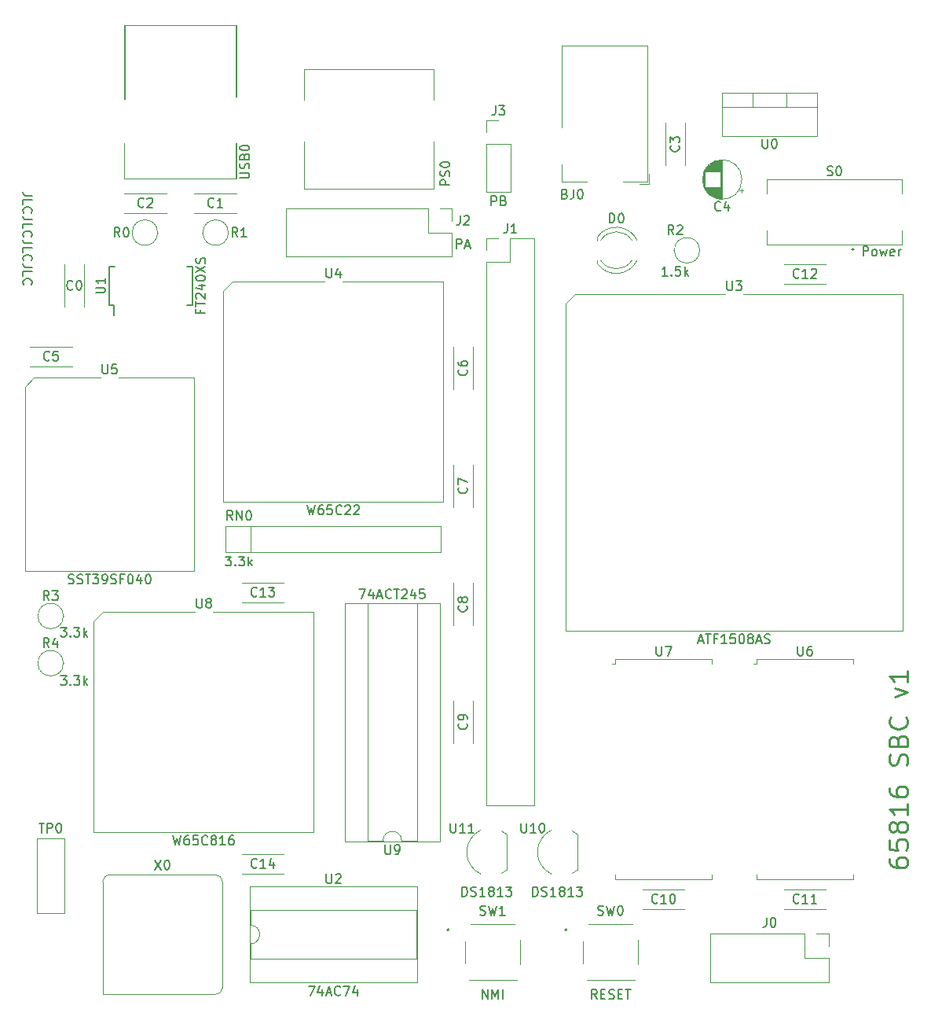
<source format=gbr>
%TF.GenerationSoftware,KiCad,Pcbnew,(6.0.4)*%
%TF.CreationDate,2022-07-11T08:06:57+02:00*%
%TF.ProjectId,65C816_SBC,36354338-3136-45f5-9342-432e6b696361,rev?*%
%TF.SameCoordinates,Original*%
%TF.FileFunction,Legend,Top*%
%TF.FilePolarity,Positive*%
%FSLAX46Y46*%
G04 Gerber Fmt 4.6, Leading zero omitted, Abs format (unit mm)*
G04 Created by KiCad (PCBNEW (6.0.4)) date 2022-07-11 08:06:57*
%MOMM*%
%LPD*%
G01*
G04 APERTURE LIST*
%ADD10C,0.250000*%
%ADD11C,0.150000*%
%ADD12C,0.120000*%
%ADD13C,0.100000*%
%ADD14C,0.200000*%
G04 APERTURE END LIST*
D10*
X191944761Y-128999047D02*
X191944761Y-129380000D01*
X192040000Y-129570476D01*
X192135238Y-129665714D01*
X192420952Y-129856190D01*
X192801904Y-129951428D01*
X193563809Y-129951428D01*
X193754285Y-129856190D01*
X193849523Y-129760952D01*
X193944761Y-129570476D01*
X193944761Y-129189523D01*
X193849523Y-128999047D01*
X193754285Y-128903809D01*
X193563809Y-128808571D01*
X193087619Y-128808571D01*
X192897142Y-128903809D01*
X192801904Y-128999047D01*
X192706666Y-129189523D01*
X192706666Y-129570476D01*
X192801904Y-129760952D01*
X192897142Y-129856190D01*
X193087619Y-129951428D01*
X191944761Y-126999047D02*
X191944761Y-127951428D01*
X192897142Y-128046666D01*
X192801904Y-127951428D01*
X192706666Y-127760952D01*
X192706666Y-127284761D01*
X192801904Y-127094285D01*
X192897142Y-126999047D01*
X193087619Y-126903809D01*
X193563809Y-126903809D01*
X193754285Y-126999047D01*
X193849523Y-127094285D01*
X193944761Y-127284761D01*
X193944761Y-127760952D01*
X193849523Y-127951428D01*
X193754285Y-128046666D01*
X192801904Y-125760952D02*
X192706666Y-125951428D01*
X192611428Y-126046666D01*
X192420952Y-126141904D01*
X192325714Y-126141904D01*
X192135238Y-126046666D01*
X192040000Y-125951428D01*
X191944761Y-125760952D01*
X191944761Y-125380000D01*
X192040000Y-125189523D01*
X192135238Y-125094285D01*
X192325714Y-124999047D01*
X192420952Y-124999047D01*
X192611428Y-125094285D01*
X192706666Y-125189523D01*
X192801904Y-125380000D01*
X192801904Y-125760952D01*
X192897142Y-125951428D01*
X192992380Y-126046666D01*
X193182857Y-126141904D01*
X193563809Y-126141904D01*
X193754285Y-126046666D01*
X193849523Y-125951428D01*
X193944761Y-125760952D01*
X193944761Y-125380000D01*
X193849523Y-125189523D01*
X193754285Y-125094285D01*
X193563809Y-124999047D01*
X193182857Y-124999047D01*
X192992380Y-125094285D01*
X192897142Y-125189523D01*
X192801904Y-125380000D01*
X193944761Y-123094285D02*
X193944761Y-124237142D01*
X193944761Y-123665714D02*
X191944761Y-123665714D01*
X192230476Y-123856190D01*
X192420952Y-124046666D01*
X192516190Y-124237142D01*
X191944761Y-121380000D02*
X191944761Y-121760952D01*
X192040000Y-121951428D01*
X192135238Y-122046666D01*
X192420952Y-122237142D01*
X192801904Y-122332380D01*
X193563809Y-122332380D01*
X193754285Y-122237142D01*
X193849523Y-122141904D01*
X193944761Y-121951428D01*
X193944761Y-121570476D01*
X193849523Y-121380000D01*
X193754285Y-121284761D01*
X193563809Y-121189523D01*
X193087619Y-121189523D01*
X192897142Y-121284761D01*
X192801904Y-121380000D01*
X192706666Y-121570476D01*
X192706666Y-121951428D01*
X192801904Y-122141904D01*
X192897142Y-122237142D01*
X193087619Y-122332380D01*
X193849523Y-118903809D02*
X193944761Y-118618095D01*
X193944761Y-118141904D01*
X193849523Y-117951428D01*
X193754285Y-117856190D01*
X193563809Y-117760952D01*
X193373333Y-117760952D01*
X193182857Y-117856190D01*
X193087619Y-117951428D01*
X192992380Y-118141904D01*
X192897142Y-118522857D01*
X192801904Y-118713333D01*
X192706666Y-118808571D01*
X192516190Y-118903809D01*
X192325714Y-118903809D01*
X192135238Y-118808571D01*
X192040000Y-118713333D01*
X191944761Y-118522857D01*
X191944761Y-118046666D01*
X192040000Y-117760952D01*
X192897142Y-116237142D02*
X192992380Y-115951428D01*
X193087619Y-115856190D01*
X193278095Y-115760952D01*
X193563809Y-115760952D01*
X193754285Y-115856190D01*
X193849523Y-115951428D01*
X193944761Y-116141904D01*
X193944761Y-116903809D01*
X191944761Y-116903809D01*
X191944761Y-116237142D01*
X192040000Y-116046666D01*
X192135238Y-115951428D01*
X192325714Y-115856190D01*
X192516190Y-115856190D01*
X192706666Y-115951428D01*
X192801904Y-116046666D01*
X192897142Y-116237142D01*
X192897142Y-116903809D01*
X193754285Y-113760952D02*
X193849523Y-113856190D01*
X193944761Y-114141904D01*
X193944761Y-114332380D01*
X193849523Y-114618095D01*
X193659047Y-114808571D01*
X193468571Y-114903809D01*
X193087619Y-114999047D01*
X192801904Y-114999047D01*
X192420952Y-114903809D01*
X192230476Y-114808571D01*
X192040000Y-114618095D01*
X191944761Y-114332380D01*
X191944761Y-114141904D01*
X192040000Y-113856190D01*
X192135238Y-113760952D01*
X192611428Y-111570476D02*
X193944761Y-111094285D01*
X192611428Y-110618095D01*
X193944761Y-108808571D02*
X193944761Y-109951428D01*
X193944761Y-109380000D02*
X191944761Y-109380000D01*
X192230476Y-109570476D01*
X192420952Y-109760952D01*
X192516190Y-109951428D01*
D11*
X99607619Y-57610952D02*
X98893333Y-57610952D01*
X98750476Y-57563333D01*
X98655238Y-57468095D01*
X98607619Y-57325238D01*
X98607619Y-57230000D01*
X98607619Y-58563333D02*
X98607619Y-58087142D01*
X99607619Y-58087142D01*
X98702857Y-59468095D02*
X98655238Y-59420476D01*
X98607619Y-59277619D01*
X98607619Y-59182380D01*
X98655238Y-59039523D01*
X98750476Y-58944285D01*
X98845714Y-58896666D01*
X99036190Y-58849047D01*
X99179047Y-58849047D01*
X99369523Y-58896666D01*
X99464761Y-58944285D01*
X99560000Y-59039523D01*
X99607619Y-59182380D01*
X99607619Y-59277619D01*
X99560000Y-59420476D01*
X99512380Y-59468095D01*
X99607619Y-60182380D02*
X98893333Y-60182380D01*
X98750476Y-60134761D01*
X98655238Y-60039523D01*
X98607619Y-59896666D01*
X98607619Y-59801428D01*
X98607619Y-61134761D02*
X98607619Y-60658571D01*
X99607619Y-60658571D01*
X98702857Y-62039523D02*
X98655238Y-61991904D01*
X98607619Y-61849047D01*
X98607619Y-61753809D01*
X98655238Y-61610952D01*
X98750476Y-61515714D01*
X98845714Y-61468095D01*
X99036190Y-61420476D01*
X99179047Y-61420476D01*
X99369523Y-61468095D01*
X99464761Y-61515714D01*
X99560000Y-61610952D01*
X99607619Y-61753809D01*
X99607619Y-61849047D01*
X99560000Y-61991904D01*
X99512380Y-62039523D01*
X99607619Y-62753809D02*
X98893333Y-62753809D01*
X98750476Y-62706190D01*
X98655238Y-62610952D01*
X98607619Y-62468095D01*
X98607619Y-62372857D01*
X98607619Y-63706190D02*
X98607619Y-63230000D01*
X99607619Y-63230000D01*
X98702857Y-64610952D02*
X98655238Y-64563333D01*
X98607619Y-64420476D01*
X98607619Y-64325238D01*
X98655238Y-64182380D01*
X98750476Y-64087142D01*
X98845714Y-64039523D01*
X99036190Y-63991904D01*
X99179047Y-63991904D01*
X99369523Y-64039523D01*
X99464761Y-64087142D01*
X99560000Y-64182380D01*
X99607619Y-64325238D01*
X99607619Y-64420476D01*
X99560000Y-64563333D01*
X99512380Y-64610952D01*
X99607619Y-65325238D02*
X98893333Y-65325238D01*
X98750476Y-65277619D01*
X98655238Y-65182380D01*
X98607619Y-65039523D01*
X98607619Y-64944285D01*
X98607619Y-66277619D02*
X98607619Y-65801428D01*
X99607619Y-65801428D01*
X98702857Y-67182380D02*
X98655238Y-67134761D01*
X98607619Y-66991904D01*
X98607619Y-66896666D01*
X98655238Y-66753809D01*
X98750476Y-66658571D01*
X98845714Y-66610952D01*
X99036190Y-66563333D01*
X99179047Y-66563333D01*
X99369523Y-66610952D01*
X99464761Y-66658571D01*
X99560000Y-66753809D01*
X99607619Y-66896666D01*
X99607619Y-66991904D01*
X99560000Y-67134761D01*
X99512380Y-67182380D01*
%TO.C,J1*%
X150796666Y-60632380D02*
X150796666Y-61346666D01*
X150749047Y-61489523D01*
X150653809Y-61584761D01*
X150510952Y-61632380D01*
X150415714Y-61632380D01*
X151796666Y-61632380D02*
X151225238Y-61632380D01*
X151510952Y-61632380D02*
X151510952Y-60632380D01*
X151415714Y-60775238D01*
X151320476Y-60870476D01*
X151225238Y-60918095D01*
%TO.C,J3*%
X149526666Y-47937380D02*
X149526666Y-48651666D01*
X149479047Y-48794523D01*
X149383809Y-48889761D01*
X149240952Y-48937380D01*
X149145714Y-48937380D01*
X149907619Y-47937380D02*
X150526666Y-47937380D01*
X150193333Y-48318333D01*
X150336190Y-48318333D01*
X150431428Y-48365952D01*
X150479047Y-48413571D01*
X150526666Y-48508809D01*
X150526666Y-48746904D01*
X150479047Y-48842142D01*
X150431428Y-48889761D01*
X150336190Y-48937380D01*
X150050476Y-48937380D01*
X149955238Y-48889761D01*
X149907619Y-48842142D01*
X149098095Y-58677380D02*
X149098095Y-57677380D01*
X149479047Y-57677380D01*
X149574285Y-57725000D01*
X149621904Y-57772619D01*
X149669523Y-57867857D01*
X149669523Y-58010714D01*
X149621904Y-58105952D01*
X149574285Y-58153571D01*
X149479047Y-58201190D01*
X149098095Y-58201190D01*
X150431428Y-58153571D02*
X150574285Y-58201190D01*
X150621904Y-58248809D01*
X150669523Y-58344047D01*
X150669523Y-58486904D01*
X150621904Y-58582142D01*
X150574285Y-58629761D01*
X150479047Y-58677380D01*
X150098095Y-58677380D01*
X150098095Y-57677380D01*
X150431428Y-57677380D01*
X150526666Y-57725000D01*
X150574285Y-57772619D01*
X150621904Y-57867857D01*
X150621904Y-57963095D01*
X150574285Y-58058333D01*
X150526666Y-58105952D01*
X150431428Y-58153571D01*
X150098095Y-58153571D01*
%TO.C,X0*%
X112855476Y-129162380D02*
X113522142Y-130162380D01*
X113522142Y-129162380D02*
X112855476Y-130162380D01*
X114093571Y-129162380D02*
X114188809Y-129162380D01*
X114284047Y-129210000D01*
X114331666Y-129257619D01*
X114379285Y-129352857D01*
X114426904Y-129543333D01*
X114426904Y-129781428D01*
X114379285Y-129971904D01*
X114331666Y-130067142D01*
X114284047Y-130114761D01*
X114188809Y-130162380D01*
X114093571Y-130162380D01*
X113998333Y-130114761D01*
X113950714Y-130067142D01*
X113903095Y-129971904D01*
X113855476Y-129781428D01*
X113855476Y-129543333D01*
X113903095Y-129352857D01*
X113950714Y-129257619D01*
X113998333Y-129210000D01*
X114093571Y-129162380D01*
%TO.C,USB0*%
X122007380Y-55713095D02*
X122816904Y-55713095D01*
X122912142Y-55665476D01*
X122959761Y-55617857D01*
X123007380Y-55522619D01*
X123007380Y-55332142D01*
X122959761Y-55236904D01*
X122912142Y-55189285D01*
X122816904Y-55141666D01*
X122007380Y-55141666D01*
X122959761Y-54713095D02*
X123007380Y-54570238D01*
X123007380Y-54332142D01*
X122959761Y-54236904D01*
X122912142Y-54189285D01*
X122816904Y-54141666D01*
X122721666Y-54141666D01*
X122626428Y-54189285D01*
X122578809Y-54236904D01*
X122531190Y-54332142D01*
X122483571Y-54522619D01*
X122435952Y-54617857D01*
X122388333Y-54665476D01*
X122293095Y-54713095D01*
X122197857Y-54713095D01*
X122102619Y-54665476D01*
X122055000Y-54617857D01*
X122007380Y-54522619D01*
X122007380Y-54284523D01*
X122055000Y-54141666D01*
X122483571Y-53379761D02*
X122531190Y-53236904D01*
X122578809Y-53189285D01*
X122674047Y-53141666D01*
X122816904Y-53141666D01*
X122912142Y-53189285D01*
X122959761Y-53236904D01*
X123007380Y-53332142D01*
X123007380Y-53713095D01*
X122007380Y-53713095D01*
X122007380Y-53379761D01*
X122055000Y-53284523D01*
X122102619Y-53236904D01*
X122197857Y-53189285D01*
X122293095Y-53189285D01*
X122388333Y-53236904D01*
X122435952Y-53284523D01*
X122483571Y-53379761D01*
X122483571Y-53713095D01*
X122007380Y-52522619D02*
X122007380Y-52427380D01*
X122055000Y-52332142D01*
X122102619Y-52284523D01*
X122197857Y-52236904D01*
X122388333Y-52189285D01*
X122626428Y-52189285D01*
X122816904Y-52236904D01*
X122912142Y-52284523D01*
X122959761Y-52332142D01*
X123007380Y-52427380D01*
X123007380Y-52522619D01*
X122959761Y-52617857D01*
X122912142Y-52665476D01*
X122816904Y-52713095D01*
X122626428Y-52760714D01*
X122388333Y-52760714D01*
X122197857Y-52713095D01*
X122102619Y-52665476D01*
X122055000Y-52617857D01*
X122007380Y-52522619D01*
%TO.C,U11*%
X144684904Y-125182380D02*
X144684904Y-125991904D01*
X144732523Y-126087142D01*
X144780142Y-126134761D01*
X144875380Y-126182380D01*
X145065857Y-126182380D01*
X145161095Y-126134761D01*
X145208714Y-126087142D01*
X145256333Y-125991904D01*
X145256333Y-125182380D01*
X146256333Y-126182380D02*
X145684904Y-126182380D01*
X145970619Y-126182380D02*
X145970619Y-125182380D01*
X145875380Y-125325238D01*
X145780142Y-125420476D01*
X145684904Y-125468095D01*
X147208714Y-126182380D02*
X146637285Y-126182380D01*
X146923000Y-126182380D02*
X146923000Y-125182380D01*
X146827761Y-125325238D01*
X146732523Y-125420476D01*
X146637285Y-125468095D01*
X145947142Y-133040380D02*
X145947142Y-132040380D01*
X146185238Y-132040380D01*
X146328095Y-132088000D01*
X146423333Y-132183238D01*
X146470952Y-132278476D01*
X146518571Y-132468952D01*
X146518571Y-132611809D01*
X146470952Y-132802285D01*
X146423333Y-132897523D01*
X146328095Y-132992761D01*
X146185238Y-133040380D01*
X145947142Y-133040380D01*
X146899523Y-132992761D02*
X147042380Y-133040380D01*
X147280476Y-133040380D01*
X147375714Y-132992761D01*
X147423333Y-132945142D01*
X147470952Y-132849904D01*
X147470952Y-132754666D01*
X147423333Y-132659428D01*
X147375714Y-132611809D01*
X147280476Y-132564190D01*
X147090000Y-132516571D01*
X146994761Y-132468952D01*
X146947142Y-132421333D01*
X146899523Y-132326095D01*
X146899523Y-132230857D01*
X146947142Y-132135619D01*
X146994761Y-132088000D01*
X147090000Y-132040380D01*
X147328095Y-132040380D01*
X147470952Y-132088000D01*
X148423333Y-133040380D02*
X147851904Y-133040380D01*
X148137619Y-133040380D02*
X148137619Y-132040380D01*
X148042380Y-132183238D01*
X147947142Y-132278476D01*
X147851904Y-132326095D01*
X148994761Y-132468952D02*
X148899523Y-132421333D01*
X148851904Y-132373714D01*
X148804285Y-132278476D01*
X148804285Y-132230857D01*
X148851904Y-132135619D01*
X148899523Y-132088000D01*
X148994761Y-132040380D01*
X149185238Y-132040380D01*
X149280476Y-132088000D01*
X149328095Y-132135619D01*
X149375714Y-132230857D01*
X149375714Y-132278476D01*
X149328095Y-132373714D01*
X149280476Y-132421333D01*
X149185238Y-132468952D01*
X148994761Y-132468952D01*
X148899523Y-132516571D01*
X148851904Y-132564190D01*
X148804285Y-132659428D01*
X148804285Y-132849904D01*
X148851904Y-132945142D01*
X148899523Y-132992761D01*
X148994761Y-133040380D01*
X149185238Y-133040380D01*
X149280476Y-132992761D01*
X149328095Y-132945142D01*
X149375714Y-132849904D01*
X149375714Y-132659428D01*
X149328095Y-132564190D01*
X149280476Y-132516571D01*
X149185238Y-132468952D01*
X150328095Y-133040380D02*
X149756666Y-133040380D01*
X150042380Y-133040380D02*
X150042380Y-132040380D01*
X149947142Y-132183238D01*
X149851904Y-132278476D01*
X149756666Y-132326095D01*
X150661428Y-132040380D02*
X151280476Y-132040380D01*
X150947142Y-132421333D01*
X151090000Y-132421333D01*
X151185238Y-132468952D01*
X151232857Y-132516571D01*
X151280476Y-132611809D01*
X151280476Y-132849904D01*
X151232857Y-132945142D01*
X151185238Y-132992761D01*
X151090000Y-133040380D01*
X150804285Y-133040380D01*
X150709047Y-132992761D01*
X150661428Y-132945142D01*
%TO.C,U10*%
X152304904Y-125182380D02*
X152304904Y-125991904D01*
X152352523Y-126087142D01*
X152400142Y-126134761D01*
X152495380Y-126182380D01*
X152685857Y-126182380D01*
X152781095Y-126134761D01*
X152828714Y-126087142D01*
X152876333Y-125991904D01*
X152876333Y-125182380D01*
X153876333Y-126182380D02*
X153304904Y-126182380D01*
X153590619Y-126182380D02*
X153590619Y-125182380D01*
X153495380Y-125325238D01*
X153400142Y-125420476D01*
X153304904Y-125468095D01*
X154495380Y-125182380D02*
X154590619Y-125182380D01*
X154685857Y-125230000D01*
X154733476Y-125277619D01*
X154781095Y-125372857D01*
X154828714Y-125563333D01*
X154828714Y-125801428D01*
X154781095Y-125991904D01*
X154733476Y-126087142D01*
X154685857Y-126134761D01*
X154590619Y-126182380D01*
X154495380Y-126182380D01*
X154400142Y-126134761D01*
X154352523Y-126087142D01*
X154304904Y-125991904D01*
X154257285Y-125801428D01*
X154257285Y-125563333D01*
X154304904Y-125372857D01*
X154352523Y-125277619D01*
X154400142Y-125230000D01*
X154495380Y-125182380D01*
X153567142Y-133040380D02*
X153567142Y-132040380D01*
X153805238Y-132040380D01*
X153948095Y-132088000D01*
X154043333Y-132183238D01*
X154090952Y-132278476D01*
X154138571Y-132468952D01*
X154138571Y-132611809D01*
X154090952Y-132802285D01*
X154043333Y-132897523D01*
X153948095Y-132992761D01*
X153805238Y-133040380D01*
X153567142Y-133040380D01*
X154519523Y-132992761D02*
X154662380Y-133040380D01*
X154900476Y-133040380D01*
X154995714Y-132992761D01*
X155043333Y-132945142D01*
X155090952Y-132849904D01*
X155090952Y-132754666D01*
X155043333Y-132659428D01*
X154995714Y-132611809D01*
X154900476Y-132564190D01*
X154710000Y-132516571D01*
X154614761Y-132468952D01*
X154567142Y-132421333D01*
X154519523Y-132326095D01*
X154519523Y-132230857D01*
X154567142Y-132135619D01*
X154614761Y-132088000D01*
X154710000Y-132040380D01*
X154948095Y-132040380D01*
X155090952Y-132088000D01*
X156043333Y-133040380D02*
X155471904Y-133040380D01*
X155757619Y-133040380D02*
X155757619Y-132040380D01*
X155662380Y-132183238D01*
X155567142Y-132278476D01*
X155471904Y-132326095D01*
X156614761Y-132468952D02*
X156519523Y-132421333D01*
X156471904Y-132373714D01*
X156424285Y-132278476D01*
X156424285Y-132230857D01*
X156471904Y-132135619D01*
X156519523Y-132088000D01*
X156614761Y-132040380D01*
X156805238Y-132040380D01*
X156900476Y-132088000D01*
X156948095Y-132135619D01*
X156995714Y-132230857D01*
X156995714Y-132278476D01*
X156948095Y-132373714D01*
X156900476Y-132421333D01*
X156805238Y-132468952D01*
X156614761Y-132468952D01*
X156519523Y-132516571D01*
X156471904Y-132564190D01*
X156424285Y-132659428D01*
X156424285Y-132849904D01*
X156471904Y-132945142D01*
X156519523Y-132992761D01*
X156614761Y-133040380D01*
X156805238Y-133040380D01*
X156900476Y-132992761D01*
X156948095Y-132945142D01*
X156995714Y-132849904D01*
X156995714Y-132659428D01*
X156948095Y-132564190D01*
X156900476Y-132516571D01*
X156805238Y-132468952D01*
X157948095Y-133040380D02*
X157376666Y-133040380D01*
X157662380Y-133040380D02*
X157662380Y-132040380D01*
X157567142Y-132183238D01*
X157471904Y-132278476D01*
X157376666Y-132326095D01*
X158281428Y-132040380D02*
X158900476Y-132040380D01*
X158567142Y-132421333D01*
X158710000Y-132421333D01*
X158805238Y-132468952D01*
X158852857Y-132516571D01*
X158900476Y-132611809D01*
X158900476Y-132849904D01*
X158852857Y-132945142D01*
X158805238Y-132992761D01*
X158710000Y-133040380D01*
X158424285Y-133040380D01*
X158329047Y-132992761D01*
X158281428Y-132945142D01*
%TO.C,U9*%
X137658095Y-127507380D02*
X137658095Y-128316904D01*
X137705714Y-128412142D01*
X137753333Y-128459761D01*
X137848571Y-128507380D01*
X138039047Y-128507380D01*
X138134285Y-128459761D01*
X138181904Y-128412142D01*
X138229523Y-128316904D01*
X138229523Y-127507380D01*
X138753333Y-128507380D02*
X138943809Y-128507380D01*
X139039047Y-128459761D01*
X139086666Y-128412142D01*
X139181904Y-128269285D01*
X139229523Y-128078809D01*
X139229523Y-127697857D01*
X139181904Y-127602619D01*
X139134285Y-127555000D01*
X139039047Y-127507380D01*
X138848571Y-127507380D01*
X138753333Y-127555000D01*
X138705714Y-127602619D01*
X138658095Y-127697857D01*
X138658095Y-127935952D01*
X138705714Y-128031190D01*
X138753333Y-128078809D01*
X138848571Y-128126428D01*
X139039047Y-128126428D01*
X139134285Y-128078809D01*
X139181904Y-128031190D01*
X139229523Y-127935952D01*
X134872380Y-99987380D02*
X135539047Y-99987380D01*
X135110476Y-100987380D01*
X136348571Y-100320714D02*
X136348571Y-100987380D01*
X136110476Y-99939761D02*
X135872380Y-100654047D01*
X136491428Y-100654047D01*
X136824761Y-100701666D02*
X137300952Y-100701666D01*
X136729523Y-100987380D02*
X137062857Y-99987380D01*
X137396190Y-100987380D01*
X138300952Y-100892142D02*
X138253333Y-100939761D01*
X138110476Y-100987380D01*
X138015238Y-100987380D01*
X137872380Y-100939761D01*
X137777142Y-100844523D01*
X137729523Y-100749285D01*
X137681904Y-100558809D01*
X137681904Y-100415952D01*
X137729523Y-100225476D01*
X137777142Y-100130238D01*
X137872380Y-100035000D01*
X138015238Y-99987380D01*
X138110476Y-99987380D01*
X138253333Y-100035000D01*
X138300952Y-100082619D01*
X138586666Y-99987380D02*
X139158095Y-99987380D01*
X138872380Y-100987380D02*
X138872380Y-99987380D01*
X139443809Y-100082619D02*
X139491428Y-100035000D01*
X139586666Y-99987380D01*
X139824761Y-99987380D01*
X139920000Y-100035000D01*
X139967619Y-100082619D01*
X140015238Y-100177857D01*
X140015238Y-100273095D01*
X139967619Y-100415952D01*
X139396190Y-100987380D01*
X140015238Y-100987380D01*
X140872380Y-100320714D02*
X140872380Y-100987380D01*
X140634285Y-99939761D02*
X140396190Y-100654047D01*
X141015238Y-100654047D01*
X141872380Y-99987380D02*
X141396190Y-99987380D01*
X141348571Y-100463571D01*
X141396190Y-100415952D01*
X141491428Y-100368333D01*
X141729523Y-100368333D01*
X141824761Y-100415952D01*
X141872380Y-100463571D01*
X141920000Y-100558809D01*
X141920000Y-100796904D01*
X141872380Y-100892142D01*
X141824761Y-100939761D01*
X141729523Y-100987380D01*
X141491428Y-100987380D01*
X141396190Y-100939761D01*
X141348571Y-100892142D01*
%TO.C,U8*%
X117348095Y-101002380D02*
X117348095Y-101811904D01*
X117395714Y-101907142D01*
X117443333Y-101954761D01*
X117538571Y-102002380D01*
X117729047Y-102002380D01*
X117824285Y-101954761D01*
X117871904Y-101907142D01*
X117919523Y-101811904D01*
X117919523Y-101002380D01*
X118538571Y-101430952D02*
X118443333Y-101383333D01*
X118395714Y-101335714D01*
X118348095Y-101240476D01*
X118348095Y-101192857D01*
X118395714Y-101097619D01*
X118443333Y-101050000D01*
X118538571Y-101002380D01*
X118729047Y-101002380D01*
X118824285Y-101050000D01*
X118871904Y-101097619D01*
X118919523Y-101192857D01*
X118919523Y-101240476D01*
X118871904Y-101335714D01*
X118824285Y-101383333D01*
X118729047Y-101430952D01*
X118538571Y-101430952D01*
X118443333Y-101478571D01*
X118395714Y-101526190D01*
X118348095Y-101621428D01*
X118348095Y-101811904D01*
X118395714Y-101907142D01*
X118443333Y-101954761D01*
X118538571Y-102002380D01*
X118729047Y-102002380D01*
X118824285Y-101954761D01*
X118871904Y-101907142D01*
X118919523Y-101811904D01*
X118919523Y-101621428D01*
X118871904Y-101526190D01*
X118824285Y-101478571D01*
X118729047Y-101430952D01*
X114800476Y-126502380D02*
X115038571Y-127502380D01*
X115229047Y-126788095D01*
X115419523Y-127502380D01*
X115657619Y-126502380D01*
X116467142Y-126502380D02*
X116276666Y-126502380D01*
X116181428Y-126550000D01*
X116133809Y-126597619D01*
X116038571Y-126740476D01*
X115990952Y-126930952D01*
X115990952Y-127311904D01*
X116038571Y-127407142D01*
X116086190Y-127454761D01*
X116181428Y-127502380D01*
X116371904Y-127502380D01*
X116467142Y-127454761D01*
X116514761Y-127407142D01*
X116562380Y-127311904D01*
X116562380Y-127073809D01*
X116514761Y-126978571D01*
X116467142Y-126930952D01*
X116371904Y-126883333D01*
X116181428Y-126883333D01*
X116086190Y-126930952D01*
X116038571Y-126978571D01*
X115990952Y-127073809D01*
X117467142Y-126502380D02*
X116990952Y-126502380D01*
X116943333Y-126978571D01*
X116990952Y-126930952D01*
X117086190Y-126883333D01*
X117324285Y-126883333D01*
X117419523Y-126930952D01*
X117467142Y-126978571D01*
X117514761Y-127073809D01*
X117514761Y-127311904D01*
X117467142Y-127407142D01*
X117419523Y-127454761D01*
X117324285Y-127502380D01*
X117086190Y-127502380D01*
X116990952Y-127454761D01*
X116943333Y-127407142D01*
X118514761Y-127407142D02*
X118467142Y-127454761D01*
X118324285Y-127502380D01*
X118229047Y-127502380D01*
X118086190Y-127454761D01*
X117990952Y-127359523D01*
X117943333Y-127264285D01*
X117895714Y-127073809D01*
X117895714Y-126930952D01*
X117943333Y-126740476D01*
X117990952Y-126645238D01*
X118086190Y-126550000D01*
X118229047Y-126502380D01*
X118324285Y-126502380D01*
X118467142Y-126550000D01*
X118514761Y-126597619D01*
X119086190Y-126930952D02*
X118990952Y-126883333D01*
X118943333Y-126835714D01*
X118895714Y-126740476D01*
X118895714Y-126692857D01*
X118943333Y-126597619D01*
X118990952Y-126550000D01*
X119086190Y-126502380D01*
X119276666Y-126502380D01*
X119371904Y-126550000D01*
X119419523Y-126597619D01*
X119467142Y-126692857D01*
X119467142Y-126740476D01*
X119419523Y-126835714D01*
X119371904Y-126883333D01*
X119276666Y-126930952D01*
X119086190Y-126930952D01*
X118990952Y-126978571D01*
X118943333Y-127026190D01*
X118895714Y-127121428D01*
X118895714Y-127311904D01*
X118943333Y-127407142D01*
X118990952Y-127454761D01*
X119086190Y-127502380D01*
X119276666Y-127502380D01*
X119371904Y-127454761D01*
X119419523Y-127407142D01*
X119467142Y-127311904D01*
X119467142Y-127121428D01*
X119419523Y-127026190D01*
X119371904Y-126978571D01*
X119276666Y-126930952D01*
X120419523Y-127502380D02*
X119848095Y-127502380D01*
X120133809Y-127502380D02*
X120133809Y-126502380D01*
X120038571Y-126645238D01*
X119943333Y-126740476D01*
X119848095Y-126788095D01*
X121276666Y-126502380D02*
X121086190Y-126502380D01*
X120990952Y-126550000D01*
X120943333Y-126597619D01*
X120848095Y-126740476D01*
X120800476Y-126930952D01*
X120800476Y-127311904D01*
X120848095Y-127407142D01*
X120895714Y-127454761D01*
X120990952Y-127502380D01*
X121181428Y-127502380D01*
X121276666Y-127454761D01*
X121324285Y-127407142D01*
X121371904Y-127311904D01*
X121371904Y-127073809D01*
X121324285Y-126978571D01*
X121276666Y-126930952D01*
X121181428Y-126883333D01*
X120990952Y-126883333D01*
X120895714Y-126930952D01*
X120848095Y-126978571D01*
X120800476Y-127073809D01*
%TO.C,U7*%
X166878095Y-106132380D02*
X166878095Y-106941904D01*
X166925714Y-107037142D01*
X166973333Y-107084761D01*
X167068571Y-107132380D01*
X167259047Y-107132380D01*
X167354285Y-107084761D01*
X167401904Y-107037142D01*
X167449523Y-106941904D01*
X167449523Y-106132380D01*
X167830476Y-106132380D02*
X168497142Y-106132380D01*
X168068571Y-107132380D01*
%TO.C,U6*%
X182118095Y-106132380D02*
X182118095Y-106941904D01*
X182165714Y-107037142D01*
X182213333Y-107084761D01*
X182308571Y-107132380D01*
X182499047Y-107132380D01*
X182594285Y-107084761D01*
X182641904Y-107037142D01*
X182689523Y-106941904D01*
X182689523Y-106132380D01*
X183594285Y-106132380D02*
X183403809Y-106132380D01*
X183308571Y-106180000D01*
X183260952Y-106227619D01*
X183165714Y-106370476D01*
X183118095Y-106560952D01*
X183118095Y-106941904D01*
X183165714Y-107037142D01*
X183213333Y-107084761D01*
X183308571Y-107132380D01*
X183499047Y-107132380D01*
X183594285Y-107084761D01*
X183641904Y-107037142D01*
X183689523Y-106941904D01*
X183689523Y-106703809D01*
X183641904Y-106608571D01*
X183594285Y-106560952D01*
X183499047Y-106513333D01*
X183308571Y-106513333D01*
X183213333Y-106560952D01*
X183165714Y-106608571D01*
X183118095Y-106703809D01*
%TO.C,U5*%
X107188095Y-75782380D02*
X107188095Y-76591904D01*
X107235714Y-76687142D01*
X107283333Y-76734761D01*
X107378571Y-76782380D01*
X107569047Y-76782380D01*
X107664285Y-76734761D01*
X107711904Y-76687142D01*
X107759523Y-76591904D01*
X107759523Y-75782380D01*
X108711904Y-75782380D02*
X108235714Y-75782380D01*
X108188095Y-76258571D01*
X108235714Y-76210952D01*
X108330952Y-76163333D01*
X108569047Y-76163333D01*
X108664285Y-76210952D01*
X108711904Y-76258571D01*
X108759523Y-76353809D01*
X108759523Y-76591904D01*
X108711904Y-76687142D01*
X108664285Y-76734761D01*
X108569047Y-76782380D01*
X108330952Y-76782380D01*
X108235714Y-76734761D01*
X108188095Y-76687142D01*
X103521428Y-99334761D02*
X103664285Y-99382380D01*
X103902380Y-99382380D01*
X103997619Y-99334761D01*
X104045238Y-99287142D01*
X104092857Y-99191904D01*
X104092857Y-99096666D01*
X104045238Y-99001428D01*
X103997619Y-98953809D01*
X103902380Y-98906190D01*
X103711904Y-98858571D01*
X103616666Y-98810952D01*
X103569047Y-98763333D01*
X103521428Y-98668095D01*
X103521428Y-98572857D01*
X103569047Y-98477619D01*
X103616666Y-98430000D01*
X103711904Y-98382380D01*
X103950000Y-98382380D01*
X104092857Y-98430000D01*
X104473809Y-99334761D02*
X104616666Y-99382380D01*
X104854761Y-99382380D01*
X104950000Y-99334761D01*
X104997619Y-99287142D01*
X105045238Y-99191904D01*
X105045238Y-99096666D01*
X104997619Y-99001428D01*
X104950000Y-98953809D01*
X104854761Y-98906190D01*
X104664285Y-98858571D01*
X104569047Y-98810952D01*
X104521428Y-98763333D01*
X104473809Y-98668095D01*
X104473809Y-98572857D01*
X104521428Y-98477619D01*
X104569047Y-98430000D01*
X104664285Y-98382380D01*
X104902380Y-98382380D01*
X105045238Y-98430000D01*
X105330952Y-98382380D02*
X105902380Y-98382380D01*
X105616666Y-99382380D02*
X105616666Y-98382380D01*
X106140476Y-98382380D02*
X106759523Y-98382380D01*
X106426190Y-98763333D01*
X106569047Y-98763333D01*
X106664285Y-98810952D01*
X106711904Y-98858571D01*
X106759523Y-98953809D01*
X106759523Y-99191904D01*
X106711904Y-99287142D01*
X106664285Y-99334761D01*
X106569047Y-99382380D01*
X106283333Y-99382380D01*
X106188095Y-99334761D01*
X106140476Y-99287142D01*
X107235714Y-99382380D02*
X107426190Y-99382380D01*
X107521428Y-99334761D01*
X107569047Y-99287142D01*
X107664285Y-99144285D01*
X107711904Y-98953809D01*
X107711904Y-98572857D01*
X107664285Y-98477619D01*
X107616666Y-98430000D01*
X107521428Y-98382380D01*
X107330952Y-98382380D01*
X107235714Y-98430000D01*
X107188095Y-98477619D01*
X107140476Y-98572857D01*
X107140476Y-98810952D01*
X107188095Y-98906190D01*
X107235714Y-98953809D01*
X107330952Y-99001428D01*
X107521428Y-99001428D01*
X107616666Y-98953809D01*
X107664285Y-98906190D01*
X107711904Y-98810952D01*
X108092857Y-99334761D02*
X108235714Y-99382380D01*
X108473809Y-99382380D01*
X108569047Y-99334761D01*
X108616666Y-99287142D01*
X108664285Y-99191904D01*
X108664285Y-99096666D01*
X108616666Y-99001428D01*
X108569047Y-98953809D01*
X108473809Y-98906190D01*
X108283333Y-98858571D01*
X108188095Y-98810952D01*
X108140476Y-98763333D01*
X108092857Y-98668095D01*
X108092857Y-98572857D01*
X108140476Y-98477619D01*
X108188095Y-98430000D01*
X108283333Y-98382380D01*
X108521428Y-98382380D01*
X108664285Y-98430000D01*
X109426190Y-98858571D02*
X109092857Y-98858571D01*
X109092857Y-99382380D02*
X109092857Y-98382380D01*
X109569047Y-98382380D01*
X110140476Y-98382380D02*
X110235714Y-98382380D01*
X110330952Y-98430000D01*
X110378571Y-98477619D01*
X110426190Y-98572857D01*
X110473809Y-98763333D01*
X110473809Y-99001428D01*
X110426190Y-99191904D01*
X110378571Y-99287142D01*
X110330952Y-99334761D01*
X110235714Y-99382380D01*
X110140476Y-99382380D01*
X110045238Y-99334761D01*
X109997619Y-99287142D01*
X109950000Y-99191904D01*
X109902380Y-99001428D01*
X109902380Y-98763333D01*
X109950000Y-98572857D01*
X109997619Y-98477619D01*
X110045238Y-98430000D01*
X110140476Y-98382380D01*
X111330952Y-98715714D02*
X111330952Y-99382380D01*
X111092857Y-98334761D02*
X110854761Y-99049047D01*
X111473809Y-99049047D01*
X112045238Y-98382380D02*
X112140476Y-98382380D01*
X112235714Y-98430000D01*
X112283333Y-98477619D01*
X112330952Y-98572857D01*
X112378571Y-98763333D01*
X112378571Y-99001428D01*
X112330952Y-99191904D01*
X112283333Y-99287142D01*
X112235714Y-99334761D01*
X112140476Y-99382380D01*
X112045238Y-99382380D01*
X111950000Y-99334761D01*
X111902380Y-99287142D01*
X111854761Y-99191904D01*
X111807142Y-99001428D01*
X111807142Y-98763333D01*
X111854761Y-98572857D01*
X111902380Y-98477619D01*
X111950000Y-98430000D01*
X112045238Y-98382380D01*
%TO.C,U4*%
X131318095Y-65442380D02*
X131318095Y-66251904D01*
X131365714Y-66347142D01*
X131413333Y-66394761D01*
X131508571Y-66442380D01*
X131699047Y-66442380D01*
X131794285Y-66394761D01*
X131841904Y-66347142D01*
X131889523Y-66251904D01*
X131889523Y-65442380D01*
X132794285Y-65775714D02*
X132794285Y-66442380D01*
X132556190Y-65394761D02*
X132318095Y-66109047D01*
X132937142Y-66109047D01*
X129246666Y-90942380D02*
X129484761Y-91942380D01*
X129675238Y-91228095D01*
X129865714Y-91942380D01*
X130103809Y-90942380D01*
X130913333Y-90942380D02*
X130722857Y-90942380D01*
X130627619Y-90990000D01*
X130580000Y-91037619D01*
X130484761Y-91180476D01*
X130437142Y-91370952D01*
X130437142Y-91751904D01*
X130484761Y-91847142D01*
X130532380Y-91894761D01*
X130627619Y-91942380D01*
X130818095Y-91942380D01*
X130913333Y-91894761D01*
X130960952Y-91847142D01*
X131008571Y-91751904D01*
X131008571Y-91513809D01*
X130960952Y-91418571D01*
X130913333Y-91370952D01*
X130818095Y-91323333D01*
X130627619Y-91323333D01*
X130532380Y-91370952D01*
X130484761Y-91418571D01*
X130437142Y-91513809D01*
X131913333Y-90942380D02*
X131437142Y-90942380D01*
X131389523Y-91418571D01*
X131437142Y-91370952D01*
X131532380Y-91323333D01*
X131770476Y-91323333D01*
X131865714Y-91370952D01*
X131913333Y-91418571D01*
X131960952Y-91513809D01*
X131960952Y-91751904D01*
X131913333Y-91847142D01*
X131865714Y-91894761D01*
X131770476Y-91942380D01*
X131532380Y-91942380D01*
X131437142Y-91894761D01*
X131389523Y-91847142D01*
X132960952Y-91847142D02*
X132913333Y-91894761D01*
X132770476Y-91942380D01*
X132675238Y-91942380D01*
X132532380Y-91894761D01*
X132437142Y-91799523D01*
X132389523Y-91704285D01*
X132341904Y-91513809D01*
X132341904Y-91370952D01*
X132389523Y-91180476D01*
X132437142Y-91085238D01*
X132532380Y-90990000D01*
X132675238Y-90942380D01*
X132770476Y-90942380D01*
X132913333Y-90990000D01*
X132960952Y-91037619D01*
X133341904Y-91037619D02*
X133389523Y-90990000D01*
X133484761Y-90942380D01*
X133722857Y-90942380D01*
X133818095Y-90990000D01*
X133865714Y-91037619D01*
X133913333Y-91132857D01*
X133913333Y-91228095D01*
X133865714Y-91370952D01*
X133294285Y-91942380D01*
X133913333Y-91942380D01*
X134294285Y-91037619D02*
X134341904Y-90990000D01*
X134437142Y-90942380D01*
X134675238Y-90942380D01*
X134770476Y-90990000D01*
X134818095Y-91037619D01*
X134865714Y-91132857D01*
X134865714Y-91228095D01*
X134818095Y-91370952D01*
X134246666Y-91942380D01*
X134865714Y-91942380D01*
%TO.C,U3*%
X174498095Y-66802380D02*
X174498095Y-67611904D01*
X174545714Y-67707142D01*
X174593333Y-67754761D01*
X174688571Y-67802380D01*
X174879047Y-67802380D01*
X174974285Y-67754761D01*
X175021904Y-67707142D01*
X175069523Y-67611904D01*
X175069523Y-66802380D01*
X175450476Y-66802380D02*
X176069523Y-66802380D01*
X175736190Y-67183333D01*
X175879047Y-67183333D01*
X175974285Y-67230952D01*
X176021904Y-67278571D01*
X176069523Y-67373809D01*
X176069523Y-67611904D01*
X176021904Y-67707142D01*
X175974285Y-67754761D01*
X175879047Y-67802380D01*
X175593333Y-67802380D01*
X175498095Y-67754761D01*
X175450476Y-67707142D01*
X171402857Y-105536666D02*
X171879047Y-105536666D01*
X171307619Y-105822380D02*
X171640952Y-104822380D01*
X171974285Y-105822380D01*
X172164761Y-104822380D02*
X172736190Y-104822380D01*
X172450476Y-105822380D02*
X172450476Y-104822380D01*
X173402857Y-105298571D02*
X173069523Y-105298571D01*
X173069523Y-105822380D02*
X173069523Y-104822380D01*
X173545714Y-104822380D01*
X174450476Y-105822380D02*
X173879047Y-105822380D01*
X174164761Y-105822380D02*
X174164761Y-104822380D01*
X174069523Y-104965238D01*
X173974285Y-105060476D01*
X173879047Y-105108095D01*
X175355238Y-104822380D02*
X174879047Y-104822380D01*
X174831428Y-105298571D01*
X174879047Y-105250952D01*
X174974285Y-105203333D01*
X175212380Y-105203333D01*
X175307619Y-105250952D01*
X175355238Y-105298571D01*
X175402857Y-105393809D01*
X175402857Y-105631904D01*
X175355238Y-105727142D01*
X175307619Y-105774761D01*
X175212380Y-105822380D01*
X174974285Y-105822380D01*
X174879047Y-105774761D01*
X174831428Y-105727142D01*
X176021904Y-104822380D02*
X176117142Y-104822380D01*
X176212380Y-104870000D01*
X176260000Y-104917619D01*
X176307619Y-105012857D01*
X176355238Y-105203333D01*
X176355238Y-105441428D01*
X176307619Y-105631904D01*
X176260000Y-105727142D01*
X176212380Y-105774761D01*
X176117142Y-105822380D01*
X176021904Y-105822380D01*
X175926666Y-105774761D01*
X175879047Y-105727142D01*
X175831428Y-105631904D01*
X175783809Y-105441428D01*
X175783809Y-105203333D01*
X175831428Y-105012857D01*
X175879047Y-104917619D01*
X175926666Y-104870000D01*
X176021904Y-104822380D01*
X176926666Y-105250952D02*
X176831428Y-105203333D01*
X176783809Y-105155714D01*
X176736190Y-105060476D01*
X176736190Y-105012857D01*
X176783809Y-104917619D01*
X176831428Y-104870000D01*
X176926666Y-104822380D01*
X177117142Y-104822380D01*
X177212380Y-104870000D01*
X177260000Y-104917619D01*
X177307619Y-105012857D01*
X177307619Y-105060476D01*
X177260000Y-105155714D01*
X177212380Y-105203333D01*
X177117142Y-105250952D01*
X176926666Y-105250952D01*
X176831428Y-105298571D01*
X176783809Y-105346190D01*
X176736190Y-105441428D01*
X176736190Y-105631904D01*
X176783809Y-105727142D01*
X176831428Y-105774761D01*
X176926666Y-105822380D01*
X177117142Y-105822380D01*
X177212380Y-105774761D01*
X177260000Y-105727142D01*
X177307619Y-105631904D01*
X177307619Y-105441428D01*
X177260000Y-105346190D01*
X177212380Y-105298571D01*
X177117142Y-105250952D01*
X177688571Y-105536666D02*
X178164761Y-105536666D01*
X177593333Y-105822380D02*
X177926666Y-104822380D01*
X178260000Y-105822380D01*
X178545714Y-105774761D02*
X178688571Y-105822380D01*
X178926666Y-105822380D01*
X179021904Y-105774761D01*
X179069523Y-105727142D01*
X179117142Y-105631904D01*
X179117142Y-105536666D01*
X179069523Y-105441428D01*
X179021904Y-105393809D01*
X178926666Y-105346190D01*
X178736190Y-105298571D01*
X178640952Y-105250952D01*
X178593333Y-105203333D01*
X178545714Y-105108095D01*
X178545714Y-105012857D01*
X178593333Y-104917619D01*
X178640952Y-104870000D01*
X178736190Y-104822380D01*
X178974285Y-104822380D01*
X179117142Y-104870000D01*
%TO.C,U2*%
X131318095Y-130643380D02*
X131318095Y-131452904D01*
X131365714Y-131548142D01*
X131413333Y-131595761D01*
X131508571Y-131643380D01*
X131699047Y-131643380D01*
X131794285Y-131595761D01*
X131841904Y-131548142D01*
X131889523Y-131452904D01*
X131889523Y-130643380D01*
X132318095Y-130738619D02*
X132365714Y-130691000D01*
X132460952Y-130643380D01*
X132699047Y-130643380D01*
X132794285Y-130691000D01*
X132841904Y-130738619D01*
X132889523Y-130833857D01*
X132889523Y-130929095D01*
X132841904Y-131071952D01*
X132270476Y-131643380D01*
X132889523Y-131643380D01*
X129389523Y-142708380D02*
X130056190Y-142708380D01*
X129627619Y-143708380D01*
X130865714Y-143041714D02*
X130865714Y-143708380D01*
X130627619Y-142660761D02*
X130389523Y-143375047D01*
X131008571Y-143375047D01*
X131341904Y-143422666D02*
X131818095Y-143422666D01*
X131246666Y-143708380D02*
X131580000Y-142708380D01*
X131913333Y-143708380D01*
X132818095Y-143613142D02*
X132770476Y-143660761D01*
X132627619Y-143708380D01*
X132532380Y-143708380D01*
X132389523Y-143660761D01*
X132294285Y-143565523D01*
X132246666Y-143470285D01*
X132199047Y-143279809D01*
X132199047Y-143136952D01*
X132246666Y-142946476D01*
X132294285Y-142851238D01*
X132389523Y-142756000D01*
X132532380Y-142708380D01*
X132627619Y-142708380D01*
X132770476Y-142756000D01*
X132818095Y-142803619D01*
X133151428Y-142708380D02*
X133818095Y-142708380D01*
X133389523Y-143708380D01*
X134627619Y-143041714D02*
X134627619Y-143708380D01*
X134389523Y-142660761D02*
X134151428Y-143375047D01*
X134770476Y-143375047D01*
%TO.C,U1*%
X106447380Y-68071904D02*
X107256904Y-68071904D01*
X107352142Y-68024285D01*
X107399761Y-67976666D01*
X107447380Y-67881428D01*
X107447380Y-67690952D01*
X107399761Y-67595714D01*
X107352142Y-67548095D01*
X107256904Y-67500476D01*
X106447380Y-67500476D01*
X107447380Y-66500476D02*
X107447380Y-67071904D01*
X107447380Y-66786190D02*
X106447380Y-66786190D01*
X106590238Y-66881428D01*
X106685476Y-66976666D01*
X106733095Y-67071904D01*
X117723571Y-69929047D02*
X117723571Y-70262380D01*
X118247380Y-70262380D02*
X117247380Y-70262380D01*
X117247380Y-69786190D01*
X117247380Y-69548095D02*
X117247380Y-68976666D01*
X118247380Y-69262380D02*
X117247380Y-69262380D01*
X117342619Y-68690952D02*
X117295000Y-68643333D01*
X117247380Y-68548095D01*
X117247380Y-68310000D01*
X117295000Y-68214761D01*
X117342619Y-68167142D01*
X117437857Y-68119523D01*
X117533095Y-68119523D01*
X117675952Y-68167142D01*
X118247380Y-68738571D01*
X118247380Y-68119523D01*
X117580714Y-67262380D02*
X118247380Y-67262380D01*
X117199761Y-67500476D02*
X117914047Y-67738571D01*
X117914047Y-67119523D01*
X117247380Y-66548095D02*
X117247380Y-66452857D01*
X117295000Y-66357619D01*
X117342619Y-66310000D01*
X117437857Y-66262380D01*
X117628333Y-66214761D01*
X117866428Y-66214761D01*
X118056904Y-66262380D01*
X118152142Y-66310000D01*
X118199761Y-66357619D01*
X118247380Y-66452857D01*
X118247380Y-66548095D01*
X118199761Y-66643333D01*
X118152142Y-66690952D01*
X118056904Y-66738571D01*
X117866428Y-66786190D01*
X117628333Y-66786190D01*
X117437857Y-66738571D01*
X117342619Y-66690952D01*
X117295000Y-66643333D01*
X117247380Y-66548095D01*
X117247380Y-65881428D02*
X118247380Y-65214761D01*
X117247380Y-65214761D02*
X118247380Y-65881428D01*
X118199761Y-64881428D02*
X118247380Y-64738571D01*
X118247380Y-64500476D01*
X118199761Y-64405238D01*
X118152142Y-64357619D01*
X118056904Y-64310000D01*
X117961666Y-64310000D01*
X117866428Y-64357619D01*
X117818809Y-64405238D01*
X117771190Y-64500476D01*
X117723571Y-64690952D01*
X117675952Y-64786190D01*
X117628333Y-64833809D01*
X117533095Y-64881428D01*
X117437857Y-64881428D01*
X117342619Y-64833809D01*
X117295000Y-64786190D01*
X117247380Y-64690952D01*
X117247380Y-64452857D01*
X117295000Y-64310000D01*
%TO.C,U0*%
X178308095Y-51522380D02*
X178308095Y-52331904D01*
X178355714Y-52427142D01*
X178403333Y-52474761D01*
X178498571Y-52522380D01*
X178689047Y-52522380D01*
X178784285Y-52474761D01*
X178831904Y-52427142D01*
X178879523Y-52331904D01*
X178879523Y-51522380D01*
X179546190Y-51522380D02*
X179641428Y-51522380D01*
X179736666Y-51570000D01*
X179784285Y-51617619D01*
X179831904Y-51712857D01*
X179879523Y-51903333D01*
X179879523Y-52141428D01*
X179831904Y-52331904D01*
X179784285Y-52427142D01*
X179736666Y-52474761D01*
X179641428Y-52522380D01*
X179546190Y-52522380D01*
X179450952Y-52474761D01*
X179403333Y-52427142D01*
X179355714Y-52331904D01*
X179308095Y-52141428D01*
X179308095Y-51903333D01*
X179355714Y-51712857D01*
X179403333Y-51617619D01*
X179450952Y-51570000D01*
X179546190Y-51522380D01*
%TO.C,TP0*%
X100338095Y-125182380D02*
X100909523Y-125182380D01*
X100623809Y-126182380D02*
X100623809Y-125182380D01*
X101242857Y-126182380D02*
X101242857Y-125182380D01*
X101623809Y-125182380D01*
X101719047Y-125230000D01*
X101766666Y-125277619D01*
X101814285Y-125372857D01*
X101814285Y-125515714D01*
X101766666Y-125610952D01*
X101719047Y-125658571D01*
X101623809Y-125706190D01*
X101242857Y-125706190D01*
X102433333Y-125182380D02*
X102528571Y-125182380D01*
X102623809Y-125230000D01*
X102671428Y-125277619D01*
X102719047Y-125372857D01*
X102766666Y-125563333D01*
X102766666Y-125801428D01*
X102719047Y-125991904D01*
X102671428Y-126087142D01*
X102623809Y-126134761D01*
X102528571Y-126182380D01*
X102433333Y-126182380D01*
X102338095Y-126134761D01*
X102290476Y-126087142D01*
X102242857Y-125991904D01*
X102195238Y-125801428D01*
X102195238Y-125563333D01*
X102242857Y-125372857D01*
X102290476Y-125277619D01*
X102338095Y-125230000D01*
X102433333Y-125182380D01*
%TO.C,SW1*%
X147891666Y-135024761D02*
X148034523Y-135072380D01*
X148272619Y-135072380D01*
X148367857Y-135024761D01*
X148415476Y-134977142D01*
X148463095Y-134881904D01*
X148463095Y-134786666D01*
X148415476Y-134691428D01*
X148367857Y-134643809D01*
X148272619Y-134596190D01*
X148082142Y-134548571D01*
X147986904Y-134500952D01*
X147939285Y-134453333D01*
X147891666Y-134358095D01*
X147891666Y-134262857D01*
X147939285Y-134167619D01*
X147986904Y-134120000D01*
X148082142Y-134072380D01*
X148320238Y-134072380D01*
X148463095Y-134120000D01*
X148796428Y-134072380D02*
X149034523Y-135072380D01*
X149225000Y-134358095D01*
X149415476Y-135072380D01*
X149653571Y-134072380D01*
X150558333Y-135072380D02*
X149986904Y-135072380D01*
X150272619Y-135072380D02*
X150272619Y-134072380D01*
X150177380Y-134215238D01*
X150082142Y-134310476D01*
X149986904Y-134358095D01*
X148129761Y-144089380D02*
X148129761Y-143089380D01*
X148701190Y-144089380D01*
X148701190Y-143089380D01*
X149177380Y-144089380D02*
X149177380Y-143089380D01*
X149510714Y-143803666D01*
X149844047Y-143089380D01*
X149844047Y-144089380D01*
X150320238Y-144089380D02*
X150320238Y-143089380D01*
%TO.C,SW0*%
X160591666Y-135024761D02*
X160734523Y-135072380D01*
X160972619Y-135072380D01*
X161067857Y-135024761D01*
X161115476Y-134977142D01*
X161163095Y-134881904D01*
X161163095Y-134786666D01*
X161115476Y-134691428D01*
X161067857Y-134643809D01*
X160972619Y-134596190D01*
X160782142Y-134548571D01*
X160686904Y-134500952D01*
X160639285Y-134453333D01*
X160591666Y-134358095D01*
X160591666Y-134262857D01*
X160639285Y-134167619D01*
X160686904Y-134120000D01*
X160782142Y-134072380D01*
X161020238Y-134072380D01*
X161163095Y-134120000D01*
X161496428Y-134072380D02*
X161734523Y-135072380D01*
X161925000Y-134358095D01*
X162115476Y-135072380D01*
X162353571Y-134072380D01*
X162925000Y-134072380D02*
X163020238Y-134072380D01*
X163115476Y-134120000D01*
X163163095Y-134167619D01*
X163210714Y-134262857D01*
X163258333Y-134453333D01*
X163258333Y-134691428D01*
X163210714Y-134881904D01*
X163163095Y-134977142D01*
X163115476Y-135024761D01*
X163020238Y-135072380D01*
X162925000Y-135072380D01*
X162829761Y-135024761D01*
X162782142Y-134977142D01*
X162734523Y-134881904D01*
X162686904Y-134691428D01*
X162686904Y-134453333D01*
X162734523Y-134262857D01*
X162782142Y-134167619D01*
X162829761Y-134120000D01*
X162925000Y-134072380D01*
X160472619Y-144089380D02*
X160139285Y-143613190D01*
X159901190Y-144089380D02*
X159901190Y-143089380D01*
X160282142Y-143089380D01*
X160377380Y-143137000D01*
X160425000Y-143184619D01*
X160472619Y-143279857D01*
X160472619Y-143422714D01*
X160425000Y-143517952D01*
X160377380Y-143565571D01*
X160282142Y-143613190D01*
X159901190Y-143613190D01*
X160901190Y-143565571D02*
X161234523Y-143565571D01*
X161377380Y-144089380D02*
X160901190Y-144089380D01*
X160901190Y-143089380D01*
X161377380Y-143089380D01*
X161758333Y-144041761D02*
X161901190Y-144089380D01*
X162139285Y-144089380D01*
X162234523Y-144041761D01*
X162282142Y-143994142D01*
X162329761Y-143898904D01*
X162329761Y-143803666D01*
X162282142Y-143708428D01*
X162234523Y-143660809D01*
X162139285Y-143613190D01*
X161948809Y-143565571D01*
X161853571Y-143517952D01*
X161805952Y-143470333D01*
X161758333Y-143375095D01*
X161758333Y-143279857D01*
X161805952Y-143184619D01*
X161853571Y-143137000D01*
X161948809Y-143089380D01*
X162186904Y-143089380D01*
X162329761Y-143137000D01*
X162758333Y-143565571D02*
X163091666Y-143565571D01*
X163234523Y-144089380D02*
X162758333Y-144089380D01*
X162758333Y-143089380D01*
X163234523Y-143089380D01*
X163520238Y-143089380D02*
X164091666Y-143089380D01*
X163805952Y-144089380D02*
X163805952Y-143089380D01*
%TO.C,S0*%
X185293095Y-55395761D02*
X185435952Y-55443380D01*
X185674047Y-55443380D01*
X185769285Y-55395761D01*
X185816904Y-55348142D01*
X185864523Y-55252904D01*
X185864523Y-55157666D01*
X185816904Y-55062428D01*
X185769285Y-55014809D01*
X185674047Y-54967190D01*
X185483571Y-54919571D01*
X185388333Y-54871952D01*
X185340714Y-54824333D01*
X185293095Y-54729095D01*
X185293095Y-54633857D01*
X185340714Y-54538619D01*
X185388333Y-54491000D01*
X185483571Y-54443380D01*
X185721666Y-54443380D01*
X185864523Y-54491000D01*
X186483571Y-54443380D02*
X186578809Y-54443380D01*
X186674047Y-54491000D01*
X186721666Y-54538619D01*
X186769285Y-54633857D01*
X186816904Y-54824333D01*
X186816904Y-55062428D01*
X186769285Y-55252904D01*
X186721666Y-55348142D01*
X186674047Y-55395761D01*
X186578809Y-55443380D01*
X186483571Y-55443380D01*
X186388333Y-55395761D01*
X186340714Y-55348142D01*
X186293095Y-55252904D01*
X186245476Y-55062428D01*
X186245476Y-54824333D01*
X186293095Y-54633857D01*
X186340714Y-54538619D01*
X186388333Y-54491000D01*
X186483571Y-54443380D01*
X189158809Y-64079380D02*
X189158809Y-63079380D01*
X189539761Y-63079380D01*
X189635000Y-63127000D01*
X189682619Y-63174619D01*
X189730238Y-63269857D01*
X189730238Y-63412714D01*
X189682619Y-63507952D01*
X189635000Y-63555571D01*
X189539761Y-63603190D01*
X189158809Y-63603190D01*
X190301666Y-64079380D02*
X190206428Y-64031761D01*
X190158809Y-63984142D01*
X190111190Y-63888904D01*
X190111190Y-63603190D01*
X190158809Y-63507952D01*
X190206428Y-63460333D01*
X190301666Y-63412714D01*
X190444523Y-63412714D01*
X190539761Y-63460333D01*
X190587380Y-63507952D01*
X190635000Y-63603190D01*
X190635000Y-63888904D01*
X190587380Y-63984142D01*
X190539761Y-64031761D01*
X190444523Y-64079380D01*
X190301666Y-64079380D01*
X190968333Y-63412714D02*
X191158809Y-64079380D01*
X191349285Y-63603190D01*
X191539761Y-64079380D01*
X191730238Y-63412714D01*
X192492142Y-64031761D02*
X192396904Y-64079380D01*
X192206428Y-64079380D01*
X192111190Y-64031761D01*
X192063571Y-63936523D01*
X192063571Y-63555571D01*
X192111190Y-63460333D01*
X192206428Y-63412714D01*
X192396904Y-63412714D01*
X192492142Y-63460333D01*
X192539761Y-63555571D01*
X192539761Y-63650809D01*
X192063571Y-63746047D01*
X192968333Y-64079380D02*
X192968333Y-63412714D01*
X192968333Y-63603190D02*
X193015952Y-63507952D01*
X193063571Y-63460333D01*
X193158809Y-63412714D01*
X193254047Y-63412714D01*
%TO.C,RN0*%
X121214523Y-92527380D02*
X120881190Y-92051190D01*
X120643095Y-92527380D02*
X120643095Y-91527380D01*
X121024047Y-91527380D01*
X121119285Y-91575000D01*
X121166904Y-91622619D01*
X121214523Y-91717857D01*
X121214523Y-91860714D01*
X121166904Y-91955952D01*
X121119285Y-92003571D01*
X121024047Y-92051190D01*
X120643095Y-92051190D01*
X121643095Y-92527380D02*
X121643095Y-91527380D01*
X122214523Y-92527380D01*
X122214523Y-91527380D01*
X122881190Y-91527380D02*
X122976428Y-91527380D01*
X123071666Y-91575000D01*
X123119285Y-91622619D01*
X123166904Y-91717857D01*
X123214523Y-91908333D01*
X123214523Y-92146428D01*
X123166904Y-92336904D01*
X123119285Y-92432142D01*
X123071666Y-92479761D01*
X122976428Y-92527380D01*
X122881190Y-92527380D01*
X122785952Y-92479761D01*
X122738333Y-92432142D01*
X122690714Y-92336904D01*
X122643095Y-92146428D01*
X122643095Y-91908333D01*
X122690714Y-91717857D01*
X122738333Y-91622619D01*
X122785952Y-91575000D01*
X122881190Y-91527380D01*
X120452619Y-96467380D02*
X121071666Y-96467380D01*
X120738333Y-96848333D01*
X120881190Y-96848333D01*
X120976428Y-96895952D01*
X121024047Y-96943571D01*
X121071666Y-97038809D01*
X121071666Y-97276904D01*
X121024047Y-97372142D01*
X120976428Y-97419761D01*
X120881190Y-97467380D01*
X120595476Y-97467380D01*
X120500238Y-97419761D01*
X120452619Y-97372142D01*
X121500238Y-97372142D02*
X121547857Y-97419761D01*
X121500238Y-97467380D01*
X121452619Y-97419761D01*
X121500238Y-97372142D01*
X121500238Y-97467380D01*
X121881190Y-96467380D02*
X122500238Y-96467380D01*
X122166904Y-96848333D01*
X122309761Y-96848333D01*
X122405000Y-96895952D01*
X122452619Y-96943571D01*
X122500238Y-97038809D01*
X122500238Y-97276904D01*
X122452619Y-97372142D01*
X122405000Y-97419761D01*
X122309761Y-97467380D01*
X122024047Y-97467380D01*
X121928809Y-97419761D01*
X121881190Y-97372142D01*
X122928809Y-97467380D02*
X122928809Y-96467380D01*
X123024047Y-97086428D02*
X123309761Y-97467380D01*
X123309761Y-96800714D02*
X122928809Y-97181666D01*
%TO.C,R4*%
X101433333Y-106243380D02*
X101100000Y-105767190D01*
X100861904Y-106243380D02*
X100861904Y-105243380D01*
X101242857Y-105243380D01*
X101338095Y-105291000D01*
X101385714Y-105338619D01*
X101433333Y-105433857D01*
X101433333Y-105576714D01*
X101385714Y-105671952D01*
X101338095Y-105719571D01*
X101242857Y-105767190D01*
X100861904Y-105767190D01*
X102290476Y-105576714D02*
X102290476Y-106243380D01*
X102052380Y-105195761D02*
X101814285Y-105910047D01*
X102433333Y-105910047D01*
X102687619Y-109307380D02*
X103306666Y-109307380D01*
X102973333Y-109688333D01*
X103116190Y-109688333D01*
X103211428Y-109735952D01*
X103259047Y-109783571D01*
X103306666Y-109878809D01*
X103306666Y-110116904D01*
X103259047Y-110212142D01*
X103211428Y-110259761D01*
X103116190Y-110307380D01*
X102830476Y-110307380D01*
X102735238Y-110259761D01*
X102687619Y-110212142D01*
X103735238Y-110212142D02*
X103782857Y-110259761D01*
X103735238Y-110307380D01*
X103687619Y-110259761D01*
X103735238Y-110212142D01*
X103735238Y-110307380D01*
X104116190Y-109307380D02*
X104735238Y-109307380D01*
X104401904Y-109688333D01*
X104544761Y-109688333D01*
X104640000Y-109735952D01*
X104687619Y-109783571D01*
X104735238Y-109878809D01*
X104735238Y-110116904D01*
X104687619Y-110212142D01*
X104640000Y-110259761D01*
X104544761Y-110307380D01*
X104259047Y-110307380D01*
X104163809Y-110259761D01*
X104116190Y-110212142D01*
X105163809Y-110307380D02*
X105163809Y-109307380D01*
X105259047Y-109926428D02*
X105544761Y-110307380D01*
X105544761Y-109640714D02*
X105163809Y-110021666D01*
%TO.C,R3*%
X101433333Y-101163380D02*
X101100000Y-100687190D01*
X100861904Y-101163380D02*
X100861904Y-100163380D01*
X101242857Y-100163380D01*
X101338095Y-100211000D01*
X101385714Y-100258619D01*
X101433333Y-100353857D01*
X101433333Y-100496714D01*
X101385714Y-100591952D01*
X101338095Y-100639571D01*
X101242857Y-100687190D01*
X100861904Y-100687190D01*
X101766666Y-100163380D02*
X102385714Y-100163380D01*
X102052380Y-100544333D01*
X102195238Y-100544333D01*
X102290476Y-100591952D01*
X102338095Y-100639571D01*
X102385714Y-100734809D01*
X102385714Y-100972904D01*
X102338095Y-101068142D01*
X102290476Y-101115761D01*
X102195238Y-101163380D01*
X101909523Y-101163380D01*
X101814285Y-101115761D01*
X101766666Y-101068142D01*
X102687619Y-104100380D02*
X103306666Y-104100380D01*
X102973333Y-104481333D01*
X103116190Y-104481333D01*
X103211428Y-104528952D01*
X103259047Y-104576571D01*
X103306666Y-104671809D01*
X103306666Y-104909904D01*
X103259047Y-105005142D01*
X103211428Y-105052761D01*
X103116190Y-105100380D01*
X102830476Y-105100380D01*
X102735238Y-105052761D01*
X102687619Y-105005142D01*
X103735238Y-105005142D02*
X103782857Y-105052761D01*
X103735238Y-105100380D01*
X103687619Y-105052761D01*
X103735238Y-105005142D01*
X103735238Y-105100380D01*
X104116190Y-104100380D02*
X104735238Y-104100380D01*
X104401904Y-104481333D01*
X104544761Y-104481333D01*
X104640000Y-104528952D01*
X104687619Y-104576571D01*
X104735238Y-104671809D01*
X104735238Y-104909904D01*
X104687619Y-105005142D01*
X104640000Y-105052761D01*
X104544761Y-105100380D01*
X104259047Y-105100380D01*
X104163809Y-105052761D01*
X104116190Y-105005142D01*
X105163809Y-105100380D02*
X105163809Y-104100380D01*
X105259047Y-104719428D02*
X105544761Y-105100380D01*
X105544761Y-104433714D02*
X105163809Y-104814666D01*
%TO.C,R2*%
X168743333Y-61793380D02*
X168410000Y-61317190D01*
X168171904Y-61793380D02*
X168171904Y-60793380D01*
X168552857Y-60793380D01*
X168648095Y-60841000D01*
X168695714Y-60888619D01*
X168743333Y-60983857D01*
X168743333Y-61126714D01*
X168695714Y-61221952D01*
X168648095Y-61269571D01*
X168552857Y-61317190D01*
X168171904Y-61317190D01*
X169124285Y-60888619D02*
X169171904Y-60841000D01*
X169267142Y-60793380D01*
X169505238Y-60793380D01*
X169600476Y-60841000D01*
X169648095Y-60888619D01*
X169695714Y-60983857D01*
X169695714Y-61079095D01*
X169648095Y-61221952D01*
X169076666Y-61793380D01*
X169695714Y-61793380D01*
X168076666Y-66238380D02*
X167505238Y-66238380D01*
X167790952Y-66238380D02*
X167790952Y-65238380D01*
X167695714Y-65381238D01*
X167600476Y-65476476D01*
X167505238Y-65524095D01*
X168505238Y-66143142D02*
X168552857Y-66190761D01*
X168505238Y-66238380D01*
X168457619Y-66190761D01*
X168505238Y-66143142D01*
X168505238Y-66238380D01*
X169457619Y-65238380D02*
X168981428Y-65238380D01*
X168933809Y-65714571D01*
X168981428Y-65666952D01*
X169076666Y-65619333D01*
X169314761Y-65619333D01*
X169410000Y-65666952D01*
X169457619Y-65714571D01*
X169505238Y-65809809D01*
X169505238Y-66047904D01*
X169457619Y-66143142D01*
X169410000Y-66190761D01*
X169314761Y-66238380D01*
X169076666Y-66238380D01*
X168981428Y-66190761D01*
X168933809Y-66143142D01*
X169933809Y-66238380D02*
X169933809Y-65238380D01*
X170029047Y-65857428D02*
X170314761Y-66238380D01*
X170314761Y-65571714D02*
X169933809Y-65952666D01*
%TO.C,R1*%
X121753333Y-62047380D02*
X121420000Y-61571190D01*
X121181904Y-62047380D02*
X121181904Y-61047380D01*
X121562857Y-61047380D01*
X121658095Y-61095000D01*
X121705714Y-61142619D01*
X121753333Y-61237857D01*
X121753333Y-61380714D01*
X121705714Y-61475952D01*
X121658095Y-61523571D01*
X121562857Y-61571190D01*
X121181904Y-61571190D01*
X122705714Y-62047380D02*
X122134285Y-62047380D01*
X122420000Y-62047380D02*
X122420000Y-61047380D01*
X122324761Y-61190238D01*
X122229523Y-61285476D01*
X122134285Y-61333095D01*
%TO.C,R0*%
X109053333Y-62047380D02*
X108720000Y-61571190D01*
X108481904Y-62047380D02*
X108481904Y-61047380D01*
X108862857Y-61047380D01*
X108958095Y-61095000D01*
X109005714Y-61142619D01*
X109053333Y-61237857D01*
X109053333Y-61380714D01*
X109005714Y-61475952D01*
X108958095Y-61523571D01*
X108862857Y-61571190D01*
X108481904Y-61571190D01*
X109672380Y-61047380D02*
X109767619Y-61047380D01*
X109862857Y-61095000D01*
X109910476Y-61142619D01*
X109958095Y-61237857D01*
X110005714Y-61428333D01*
X110005714Y-61666428D01*
X109958095Y-61856904D01*
X109910476Y-61952142D01*
X109862857Y-61999761D01*
X109767619Y-62047380D01*
X109672380Y-62047380D01*
X109577142Y-61999761D01*
X109529523Y-61952142D01*
X109481904Y-61856904D01*
X109434285Y-61666428D01*
X109434285Y-61428333D01*
X109481904Y-61237857D01*
X109529523Y-61142619D01*
X109577142Y-61095000D01*
X109672380Y-61047380D01*
%TO.C,PS0*%
X144597380Y-56459285D02*
X143597380Y-56459285D01*
X143597380Y-56078333D01*
X143645000Y-55983095D01*
X143692619Y-55935476D01*
X143787857Y-55887857D01*
X143930714Y-55887857D01*
X144025952Y-55935476D01*
X144073571Y-55983095D01*
X144121190Y-56078333D01*
X144121190Y-56459285D01*
X144549761Y-55506904D02*
X144597380Y-55364047D01*
X144597380Y-55125952D01*
X144549761Y-55030714D01*
X144502142Y-54983095D01*
X144406904Y-54935476D01*
X144311666Y-54935476D01*
X144216428Y-54983095D01*
X144168809Y-55030714D01*
X144121190Y-55125952D01*
X144073571Y-55316428D01*
X144025952Y-55411666D01*
X143978333Y-55459285D01*
X143883095Y-55506904D01*
X143787857Y-55506904D01*
X143692619Y-55459285D01*
X143645000Y-55411666D01*
X143597380Y-55316428D01*
X143597380Y-55078333D01*
X143645000Y-54935476D01*
X143597380Y-54316428D02*
X143597380Y-54221190D01*
X143645000Y-54125952D01*
X143692619Y-54078333D01*
X143787857Y-54030714D01*
X143978333Y-53983095D01*
X144216428Y-53983095D01*
X144406904Y-54030714D01*
X144502142Y-54078333D01*
X144549761Y-54125952D01*
X144597380Y-54221190D01*
X144597380Y-54316428D01*
X144549761Y-54411666D01*
X144502142Y-54459285D01*
X144406904Y-54506904D01*
X144216428Y-54554523D01*
X143978333Y-54554523D01*
X143787857Y-54506904D01*
X143692619Y-54459285D01*
X143645000Y-54411666D01*
X143597380Y-54316428D01*
%TO.C,J2*%
X145721666Y-59777380D02*
X145721666Y-60491666D01*
X145674047Y-60634523D01*
X145578809Y-60729761D01*
X145435952Y-60777380D01*
X145340714Y-60777380D01*
X146150238Y-59872619D02*
X146197857Y-59825000D01*
X146293095Y-59777380D01*
X146531190Y-59777380D01*
X146626428Y-59825000D01*
X146674047Y-59872619D01*
X146721666Y-59967857D01*
X146721666Y-60063095D01*
X146674047Y-60205952D01*
X146102619Y-60777380D01*
X146721666Y-60777380D01*
X145359523Y-63317380D02*
X145359523Y-62317380D01*
X145740476Y-62317380D01*
X145835714Y-62365000D01*
X145883333Y-62412619D01*
X145930952Y-62507857D01*
X145930952Y-62650714D01*
X145883333Y-62745952D01*
X145835714Y-62793571D01*
X145740476Y-62841190D01*
X145359523Y-62841190D01*
X146311904Y-63031666D02*
X146788095Y-63031666D01*
X146216666Y-63317380D02*
X146550000Y-62317380D01*
X146883333Y-63317380D01*
%TO.C,J0*%
X178736666Y-135342380D02*
X178736666Y-136056666D01*
X178689047Y-136199523D01*
X178593809Y-136294761D01*
X178450952Y-136342380D01*
X178355714Y-136342380D01*
X179403333Y-135342380D02*
X179498571Y-135342380D01*
X179593809Y-135390000D01*
X179641428Y-135437619D01*
X179689047Y-135532857D01*
X179736666Y-135723333D01*
X179736666Y-135961428D01*
X179689047Y-136151904D01*
X179641428Y-136247142D01*
X179593809Y-136294761D01*
X179498571Y-136342380D01*
X179403333Y-136342380D01*
X179308095Y-136294761D01*
X179260476Y-136247142D01*
X179212857Y-136151904D01*
X179165238Y-135961428D01*
X179165238Y-135723333D01*
X179212857Y-135532857D01*
X179260476Y-135437619D01*
X179308095Y-135390000D01*
X179403333Y-135342380D01*
%TO.C,D0*%
X161821904Y-60523380D02*
X161821904Y-59523380D01*
X162060000Y-59523380D01*
X162202857Y-59571000D01*
X162298095Y-59666238D01*
X162345714Y-59761476D01*
X162393333Y-59951952D01*
X162393333Y-60094809D01*
X162345714Y-60285285D01*
X162298095Y-60380523D01*
X162202857Y-60475761D01*
X162060000Y-60523380D01*
X161821904Y-60523380D01*
X163012380Y-59523380D02*
X163107619Y-59523380D01*
X163202857Y-59571000D01*
X163250476Y-59618619D01*
X163298095Y-59713857D01*
X163345714Y-59904333D01*
X163345714Y-60142428D01*
X163298095Y-60332904D01*
X163250476Y-60428142D01*
X163202857Y-60475761D01*
X163107619Y-60523380D01*
X163012380Y-60523380D01*
X162917142Y-60475761D01*
X162869523Y-60428142D01*
X162821904Y-60332904D01*
X162774285Y-60142428D01*
X162774285Y-59904333D01*
X162821904Y-59713857D01*
X162869523Y-59618619D01*
X162917142Y-59571000D01*
X163012380Y-59523380D01*
%TO.C,C14*%
X123817142Y-129897142D02*
X123769523Y-129944761D01*
X123626666Y-129992380D01*
X123531428Y-129992380D01*
X123388571Y-129944761D01*
X123293333Y-129849523D01*
X123245714Y-129754285D01*
X123198095Y-129563809D01*
X123198095Y-129420952D01*
X123245714Y-129230476D01*
X123293333Y-129135238D01*
X123388571Y-129040000D01*
X123531428Y-128992380D01*
X123626666Y-128992380D01*
X123769523Y-129040000D01*
X123817142Y-129087619D01*
X124769523Y-129992380D02*
X124198095Y-129992380D01*
X124483809Y-129992380D02*
X124483809Y-128992380D01*
X124388571Y-129135238D01*
X124293333Y-129230476D01*
X124198095Y-129278095D01*
X125626666Y-129325714D02*
X125626666Y-129992380D01*
X125388571Y-128944761D02*
X125150476Y-129659047D01*
X125769523Y-129659047D01*
%TO.C,C13*%
X123817142Y-100687142D02*
X123769523Y-100734761D01*
X123626666Y-100782380D01*
X123531428Y-100782380D01*
X123388571Y-100734761D01*
X123293333Y-100639523D01*
X123245714Y-100544285D01*
X123198095Y-100353809D01*
X123198095Y-100210952D01*
X123245714Y-100020476D01*
X123293333Y-99925238D01*
X123388571Y-99830000D01*
X123531428Y-99782380D01*
X123626666Y-99782380D01*
X123769523Y-99830000D01*
X123817142Y-99877619D01*
X124769523Y-100782380D02*
X124198095Y-100782380D01*
X124483809Y-100782380D02*
X124483809Y-99782380D01*
X124388571Y-99925238D01*
X124293333Y-100020476D01*
X124198095Y-100068095D01*
X125102857Y-99782380D02*
X125721904Y-99782380D01*
X125388571Y-100163333D01*
X125531428Y-100163333D01*
X125626666Y-100210952D01*
X125674285Y-100258571D01*
X125721904Y-100353809D01*
X125721904Y-100591904D01*
X125674285Y-100687142D01*
X125626666Y-100734761D01*
X125531428Y-100782380D01*
X125245714Y-100782380D01*
X125150476Y-100734761D01*
X125102857Y-100687142D01*
%TO.C,C12*%
X182237142Y-66397142D02*
X182189523Y-66444761D01*
X182046666Y-66492380D01*
X181951428Y-66492380D01*
X181808571Y-66444761D01*
X181713333Y-66349523D01*
X181665714Y-66254285D01*
X181618095Y-66063809D01*
X181618095Y-65920952D01*
X181665714Y-65730476D01*
X181713333Y-65635238D01*
X181808571Y-65540000D01*
X181951428Y-65492380D01*
X182046666Y-65492380D01*
X182189523Y-65540000D01*
X182237142Y-65587619D01*
X183189523Y-66492380D02*
X182618095Y-66492380D01*
X182903809Y-66492380D02*
X182903809Y-65492380D01*
X182808571Y-65635238D01*
X182713333Y-65730476D01*
X182618095Y-65778095D01*
X183570476Y-65587619D02*
X183618095Y-65540000D01*
X183713333Y-65492380D01*
X183951428Y-65492380D01*
X184046666Y-65540000D01*
X184094285Y-65587619D01*
X184141904Y-65682857D01*
X184141904Y-65778095D01*
X184094285Y-65920952D01*
X183522857Y-66492380D01*
X184141904Y-66492380D01*
%TO.C,C11*%
X182237142Y-133707142D02*
X182189523Y-133754761D01*
X182046666Y-133802380D01*
X181951428Y-133802380D01*
X181808571Y-133754761D01*
X181713333Y-133659523D01*
X181665714Y-133564285D01*
X181618095Y-133373809D01*
X181618095Y-133230952D01*
X181665714Y-133040476D01*
X181713333Y-132945238D01*
X181808571Y-132850000D01*
X181951428Y-132802380D01*
X182046666Y-132802380D01*
X182189523Y-132850000D01*
X182237142Y-132897619D01*
X183189523Y-133802380D02*
X182618095Y-133802380D01*
X182903809Y-133802380D02*
X182903809Y-132802380D01*
X182808571Y-132945238D01*
X182713333Y-133040476D01*
X182618095Y-133088095D01*
X184141904Y-133802380D02*
X183570476Y-133802380D01*
X183856190Y-133802380D02*
X183856190Y-132802380D01*
X183760952Y-132945238D01*
X183665714Y-133040476D01*
X183570476Y-133088095D01*
%TO.C,C10*%
X166997142Y-133707142D02*
X166949523Y-133754761D01*
X166806666Y-133802380D01*
X166711428Y-133802380D01*
X166568571Y-133754761D01*
X166473333Y-133659523D01*
X166425714Y-133564285D01*
X166378095Y-133373809D01*
X166378095Y-133230952D01*
X166425714Y-133040476D01*
X166473333Y-132945238D01*
X166568571Y-132850000D01*
X166711428Y-132802380D01*
X166806666Y-132802380D01*
X166949523Y-132850000D01*
X166997142Y-132897619D01*
X167949523Y-133802380D02*
X167378095Y-133802380D01*
X167663809Y-133802380D02*
X167663809Y-132802380D01*
X167568571Y-132945238D01*
X167473333Y-133040476D01*
X167378095Y-133088095D01*
X168568571Y-132802380D02*
X168663809Y-132802380D01*
X168759047Y-132850000D01*
X168806666Y-132897619D01*
X168854285Y-132992857D01*
X168901904Y-133183333D01*
X168901904Y-133421428D01*
X168854285Y-133611904D01*
X168806666Y-133707142D01*
X168759047Y-133754761D01*
X168663809Y-133802380D01*
X168568571Y-133802380D01*
X168473333Y-133754761D01*
X168425714Y-133707142D01*
X168378095Y-133611904D01*
X168330476Y-133421428D01*
X168330476Y-133183333D01*
X168378095Y-132992857D01*
X168425714Y-132897619D01*
X168473333Y-132850000D01*
X168568571Y-132802380D01*
%TO.C,C9*%
X146407142Y-114426666D02*
X146454761Y-114474285D01*
X146502380Y-114617142D01*
X146502380Y-114712380D01*
X146454761Y-114855238D01*
X146359523Y-114950476D01*
X146264285Y-114998095D01*
X146073809Y-115045714D01*
X145930952Y-115045714D01*
X145740476Y-114998095D01*
X145645238Y-114950476D01*
X145550000Y-114855238D01*
X145502380Y-114712380D01*
X145502380Y-114617142D01*
X145550000Y-114474285D01*
X145597619Y-114426666D01*
X146502380Y-113950476D02*
X146502380Y-113760000D01*
X146454761Y-113664761D01*
X146407142Y-113617142D01*
X146264285Y-113521904D01*
X146073809Y-113474285D01*
X145692857Y-113474285D01*
X145597619Y-113521904D01*
X145550000Y-113569523D01*
X145502380Y-113664761D01*
X145502380Y-113855238D01*
X145550000Y-113950476D01*
X145597619Y-113998095D01*
X145692857Y-114045714D01*
X145930952Y-114045714D01*
X146026190Y-113998095D01*
X146073809Y-113950476D01*
X146121428Y-113855238D01*
X146121428Y-113664761D01*
X146073809Y-113569523D01*
X146026190Y-113521904D01*
X145930952Y-113474285D01*
%TO.C,C8*%
X146407142Y-101766666D02*
X146454761Y-101814285D01*
X146502380Y-101957142D01*
X146502380Y-102052380D01*
X146454761Y-102195238D01*
X146359523Y-102290476D01*
X146264285Y-102338095D01*
X146073809Y-102385714D01*
X145930952Y-102385714D01*
X145740476Y-102338095D01*
X145645238Y-102290476D01*
X145550000Y-102195238D01*
X145502380Y-102052380D01*
X145502380Y-101957142D01*
X145550000Y-101814285D01*
X145597619Y-101766666D01*
X145930952Y-101195238D02*
X145883333Y-101290476D01*
X145835714Y-101338095D01*
X145740476Y-101385714D01*
X145692857Y-101385714D01*
X145597619Y-101338095D01*
X145550000Y-101290476D01*
X145502380Y-101195238D01*
X145502380Y-101004761D01*
X145550000Y-100909523D01*
X145597619Y-100861904D01*
X145692857Y-100814285D01*
X145740476Y-100814285D01*
X145835714Y-100861904D01*
X145883333Y-100909523D01*
X145930952Y-101004761D01*
X145930952Y-101195238D01*
X145978571Y-101290476D01*
X146026190Y-101338095D01*
X146121428Y-101385714D01*
X146311904Y-101385714D01*
X146407142Y-101338095D01*
X146454761Y-101290476D01*
X146502380Y-101195238D01*
X146502380Y-101004761D01*
X146454761Y-100909523D01*
X146407142Y-100861904D01*
X146311904Y-100814285D01*
X146121428Y-100814285D01*
X146026190Y-100861904D01*
X145978571Y-100909523D01*
X145930952Y-101004761D01*
%TO.C,C7*%
X146407142Y-89026666D02*
X146454761Y-89074285D01*
X146502380Y-89217142D01*
X146502380Y-89312380D01*
X146454761Y-89455238D01*
X146359523Y-89550476D01*
X146264285Y-89598095D01*
X146073809Y-89645714D01*
X145930952Y-89645714D01*
X145740476Y-89598095D01*
X145645238Y-89550476D01*
X145550000Y-89455238D01*
X145502380Y-89312380D01*
X145502380Y-89217142D01*
X145550000Y-89074285D01*
X145597619Y-89026666D01*
X145502380Y-88693333D02*
X145502380Y-88026666D01*
X146502380Y-88455238D01*
%TO.C,C6*%
X146407142Y-76326666D02*
X146454761Y-76374285D01*
X146502380Y-76517142D01*
X146502380Y-76612380D01*
X146454761Y-76755238D01*
X146359523Y-76850476D01*
X146264285Y-76898095D01*
X146073809Y-76945714D01*
X145930952Y-76945714D01*
X145740476Y-76898095D01*
X145645238Y-76850476D01*
X145550000Y-76755238D01*
X145502380Y-76612380D01*
X145502380Y-76517142D01*
X145550000Y-76374285D01*
X145597619Y-76326666D01*
X145502380Y-75469523D02*
X145502380Y-75660000D01*
X145550000Y-75755238D01*
X145597619Y-75802857D01*
X145740476Y-75898095D01*
X145930952Y-75945714D01*
X146311904Y-75945714D01*
X146407142Y-75898095D01*
X146454761Y-75850476D01*
X146502380Y-75755238D01*
X146502380Y-75564761D01*
X146454761Y-75469523D01*
X146407142Y-75421904D01*
X146311904Y-75374285D01*
X146073809Y-75374285D01*
X145978571Y-75421904D01*
X145930952Y-75469523D01*
X145883333Y-75564761D01*
X145883333Y-75755238D01*
X145930952Y-75850476D01*
X145978571Y-75898095D01*
X146073809Y-75945714D01*
%TO.C,C5*%
X101473333Y-75287142D02*
X101425714Y-75334761D01*
X101282857Y-75382380D01*
X101187619Y-75382380D01*
X101044761Y-75334761D01*
X100949523Y-75239523D01*
X100901904Y-75144285D01*
X100854285Y-74953809D01*
X100854285Y-74810952D01*
X100901904Y-74620476D01*
X100949523Y-74525238D01*
X101044761Y-74430000D01*
X101187619Y-74382380D01*
X101282857Y-74382380D01*
X101425714Y-74430000D01*
X101473333Y-74477619D01*
X102378095Y-74382380D02*
X101901904Y-74382380D01*
X101854285Y-74858571D01*
X101901904Y-74810952D01*
X101997142Y-74763333D01*
X102235238Y-74763333D01*
X102330476Y-74810952D01*
X102378095Y-74858571D01*
X102425714Y-74953809D01*
X102425714Y-75191904D01*
X102378095Y-75287142D01*
X102330476Y-75334761D01*
X102235238Y-75382380D01*
X101997142Y-75382380D01*
X101901904Y-75334761D01*
X101854285Y-75287142D01*
%TO.C,C4*%
X173795933Y-59158142D02*
X173748314Y-59205761D01*
X173605457Y-59253380D01*
X173510219Y-59253380D01*
X173367361Y-59205761D01*
X173272123Y-59110523D01*
X173224504Y-59015285D01*
X173176885Y-58824809D01*
X173176885Y-58681952D01*
X173224504Y-58491476D01*
X173272123Y-58396238D01*
X173367361Y-58301000D01*
X173510219Y-58253380D01*
X173605457Y-58253380D01*
X173748314Y-58301000D01*
X173795933Y-58348619D01*
X174653076Y-58586714D02*
X174653076Y-59253380D01*
X174414980Y-58205761D02*
X174176885Y-58920047D01*
X174795933Y-58920047D01*
%TO.C,C3*%
X169267142Y-52236666D02*
X169314761Y-52284285D01*
X169362380Y-52427142D01*
X169362380Y-52522380D01*
X169314761Y-52665238D01*
X169219523Y-52760476D01*
X169124285Y-52808095D01*
X168933809Y-52855714D01*
X168790952Y-52855714D01*
X168600476Y-52808095D01*
X168505238Y-52760476D01*
X168410000Y-52665238D01*
X168362380Y-52522380D01*
X168362380Y-52427142D01*
X168410000Y-52284285D01*
X168457619Y-52236666D01*
X168362380Y-51903333D02*
X168362380Y-51284285D01*
X168743333Y-51617619D01*
X168743333Y-51474761D01*
X168790952Y-51379523D01*
X168838571Y-51331904D01*
X168933809Y-51284285D01*
X169171904Y-51284285D01*
X169267142Y-51331904D01*
X169314761Y-51379523D01*
X169362380Y-51474761D01*
X169362380Y-51760476D01*
X169314761Y-51855714D01*
X169267142Y-51903333D01*
%TO.C,C2*%
X111633333Y-58777142D02*
X111585714Y-58824761D01*
X111442857Y-58872380D01*
X111347619Y-58872380D01*
X111204761Y-58824761D01*
X111109523Y-58729523D01*
X111061904Y-58634285D01*
X111014285Y-58443809D01*
X111014285Y-58300952D01*
X111061904Y-58110476D01*
X111109523Y-58015238D01*
X111204761Y-57920000D01*
X111347619Y-57872380D01*
X111442857Y-57872380D01*
X111585714Y-57920000D01*
X111633333Y-57967619D01*
X112014285Y-57967619D02*
X112061904Y-57920000D01*
X112157142Y-57872380D01*
X112395238Y-57872380D01*
X112490476Y-57920000D01*
X112538095Y-57967619D01*
X112585714Y-58062857D01*
X112585714Y-58158095D01*
X112538095Y-58300952D01*
X111966666Y-58872380D01*
X112585714Y-58872380D01*
%TO.C,C1*%
X119173333Y-58777142D02*
X119125714Y-58824761D01*
X118982857Y-58872380D01*
X118887619Y-58872380D01*
X118744761Y-58824761D01*
X118649523Y-58729523D01*
X118601904Y-58634285D01*
X118554285Y-58443809D01*
X118554285Y-58300952D01*
X118601904Y-58110476D01*
X118649523Y-58015238D01*
X118744761Y-57920000D01*
X118887619Y-57872380D01*
X118982857Y-57872380D01*
X119125714Y-57920000D01*
X119173333Y-57967619D01*
X120125714Y-58872380D02*
X119554285Y-58872380D01*
X119840000Y-58872380D02*
X119840000Y-57872380D01*
X119744761Y-58015238D01*
X119649523Y-58110476D01*
X119554285Y-58158095D01*
%TO.C,C0*%
X103973333Y-67667142D02*
X103925714Y-67714761D01*
X103782857Y-67762380D01*
X103687619Y-67762380D01*
X103544761Y-67714761D01*
X103449523Y-67619523D01*
X103401904Y-67524285D01*
X103354285Y-67333809D01*
X103354285Y-67190952D01*
X103401904Y-67000476D01*
X103449523Y-66905238D01*
X103544761Y-66810000D01*
X103687619Y-66762380D01*
X103782857Y-66762380D01*
X103925714Y-66810000D01*
X103973333Y-66857619D01*
X104592380Y-66762380D02*
X104687619Y-66762380D01*
X104782857Y-66810000D01*
X104830476Y-66857619D01*
X104878095Y-66952857D01*
X104925714Y-67143333D01*
X104925714Y-67381428D01*
X104878095Y-67571904D01*
X104830476Y-67667142D01*
X104782857Y-67714761D01*
X104687619Y-67762380D01*
X104592380Y-67762380D01*
X104497142Y-67714761D01*
X104449523Y-67667142D01*
X104401904Y-67571904D01*
X104354285Y-67381428D01*
X104354285Y-67143333D01*
X104401904Y-66952857D01*
X104449523Y-66857619D01*
X104497142Y-66810000D01*
X104592380Y-66762380D01*
%TO.C,BJ0*%
X157006785Y-57428571D02*
X157149642Y-57476190D01*
X157197261Y-57523809D01*
X157244880Y-57619047D01*
X157244880Y-57761904D01*
X157197261Y-57857142D01*
X157149642Y-57904761D01*
X157054404Y-57952380D01*
X156673452Y-57952380D01*
X156673452Y-56952380D01*
X157006785Y-56952380D01*
X157102023Y-57000000D01*
X157149642Y-57047619D01*
X157197261Y-57142857D01*
X157197261Y-57238095D01*
X157149642Y-57333333D01*
X157102023Y-57380952D01*
X157006785Y-57428571D01*
X156673452Y-57428571D01*
X157959166Y-56952380D02*
X157959166Y-57666666D01*
X157911547Y-57809523D01*
X157816309Y-57904761D01*
X157673452Y-57952380D01*
X157578214Y-57952380D01*
X158625833Y-56952380D02*
X158721071Y-56952380D01*
X158816309Y-57000000D01*
X158863928Y-57047619D01*
X158911547Y-57142857D01*
X158959166Y-57333333D01*
X158959166Y-57571428D01*
X158911547Y-57761904D01*
X158863928Y-57857142D01*
X158816309Y-57904761D01*
X158721071Y-57952380D01*
X158625833Y-57952380D01*
X158530595Y-57904761D01*
X158482976Y-57857142D01*
X158435357Y-57761904D01*
X158387738Y-57571428D01*
X158387738Y-57333333D01*
X158435357Y-57142857D01*
X158482976Y-57047619D01*
X158530595Y-57000000D01*
X158625833Y-56952380D01*
D12*
%TO.C,J1*%
X151130000Y-62180000D02*
X153730000Y-62180000D01*
X151130000Y-64780000D02*
X151130000Y-62180000D01*
X148530000Y-123260000D02*
X153730000Y-123260000D01*
X148530000Y-64780000D02*
X148530000Y-123260000D01*
X148530000Y-63510000D02*
X148530000Y-62180000D01*
X153730000Y-62180000D02*
X153730000Y-123260000D01*
X148530000Y-62180000D02*
X149860000Y-62180000D01*
X148530000Y-64780000D02*
X151130000Y-64780000D01*
%TO.C,J3*%
X148530000Y-57225000D02*
X151190000Y-57225000D01*
X148530000Y-52085000D02*
X148530000Y-57225000D01*
X148530000Y-50815000D02*
X148530000Y-49485000D01*
X151190000Y-52085000D02*
X151190000Y-57225000D01*
X148530000Y-49485000D02*
X149860000Y-49485000D01*
X148530000Y-52085000D02*
X151190000Y-52085000D01*
%TO.C,X0*%
X120115000Y-131460000D02*
G75*
G03*
X119365000Y-130710000I-750000J0D01*
G01*
X107965000Y-130710000D02*
G75*
G03*
X107215000Y-131460000I0J-750000D01*
G01*
X119365000Y-143610000D02*
G75*
G03*
X120115000Y-142860000I0J750000D01*
G01*
X119365000Y-130710000D02*
X107965000Y-130710000D01*
X107215000Y-143610000D02*
X119365000Y-143610000D01*
X120115000Y-142860000D02*
X120115000Y-131460000D01*
X107215000Y-131460000D02*
X107215000Y-143610000D01*
D13*
%TO.C,USB0*%
X109550000Y-55740000D02*
X121570000Y-55740000D01*
X121570000Y-55750000D02*
X109550000Y-55750000D01*
X109550000Y-47240000D02*
X109570000Y-47240000D01*
X121570000Y-39250000D02*
X121570000Y-46990000D01*
X109550000Y-51990000D02*
X109550000Y-51990000D01*
X109550000Y-39250000D02*
X109550000Y-39240000D01*
X109550000Y-55740000D02*
X109550000Y-55740000D01*
X121590000Y-39250000D02*
X109550000Y-39250000D01*
X121590000Y-46990000D02*
X121590000Y-39250000D01*
X109550000Y-39250000D02*
X109550000Y-47240000D01*
X121590000Y-39240000D02*
X121590000Y-39250000D01*
X121570000Y-51990000D02*
X121590000Y-51990000D01*
X109550000Y-55740000D02*
X109550000Y-51990000D01*
X121590000Y-39250000D02*
X121570000Y-39250000D01*
X109550000Y-51990000D02*
X109550000Y-55740000D01*
X121570000Y-55740000D02*
X121570000Y-51990000D01*
X109550000Y-55750000D02*
X109550000Y-55740000D01*
X109570000Y-47240000D02*
X109570000Y-39250000D01*
X121590000Y-55740000D02*
X121570000Y-55740000D01*
X109570000Y-39250000D02*
X109550000Y-39250000D01*
X121570000Y-55740000D02*
X121570000Y-55750000D01*
X121590000Y-51990000D02*
X121590000Y-55740000D01*
X121570000Y-46990000D02*
X121590000Y-46990000D01*
X109550000Y-39240000D02*
X121590000Y-39240000D01*
D12*
%TO.C,U11*%
X146440000Y-128280000D02*
G75*
G03*
X147941193Y-130636400I2600000J0D01*
G01*
X150740000Y-126370000D02*
G75*
G03*
X150152264Y-125977617I-1700000J-1910000D01*
G01*
X147941193Y-125923600D02*
G75*
G03*
X146440000Y-128280000I1098807J-2356400D01*
G01*
X150162045Y-130602631D02*
G75*
G03*
X150740000Y-130220000I-1122045J2322631D01*
G01*
X150740000Y-130220000D02*
X150740000Y-126370000D01*
%TO.C,U10*%
X154060000Y-128280000D02*
G75*
G03*
X155561193Y-130636400I2600000J0D01*
G01*
X158360000Y-126370000D02*
G75*
G03*
X157772264Y-125977617I-1700000J-1910000D01*
G01*
X155561193Y-125923600D02*
G75*
G03*
X154060000Y-128280000I1098807J-2356400D01*
G01*
X157782045Y-130602631D02*
G75*
G03*
X158360000Y-130220000I-1122045J2322631D01*
G01*
X158360000Y-130220000D02*
X158360000Y-126370000D01*
%TO.C,U9*%
X143560000Y-127115000D02*
X143560000Y-101475000D01*
X141070000Y-127055000D02*
X141070000Y-101535000D01*
X141070000Y-101535000D02*
X135770000Y-101535000D01*
X133280000Y-127115000D02*
X143560000Y-127115000D01*
X139420000Y-127055000D02*
X141070000Y-127055000D01*
X143560000Y-101475000D02*
X133280000Y-101475000D01*
X133280000Y-101475000D02*
X133280000Y-127115000D01*
X135770000Y-101535000D02*
X135770000Y-127055000D01*
X135770000Y-127055000D02*
X137420000Y-127055000D01*
X139420000Y-127055000D02*
G75*
G03*
X137420000Y-127055000I-1000000J0D01*
G01*
%TO.C,U8*%
X129960000Y-126150000D02*
X129960000Y-102450000D01*
X117110000Y-102450000D02*
X107260000Y-102450000D01*
X107260000Y-102450000D02*
X106260000Y-103450000D01*
X129960000Y-102450000D02*
X119110000Y-102450000D01*
X106260000Y-126150000D02*
X129960000Y-126150000D01*
X106260000Y-103450000D02*
X106260000Y-126150000D01*
%TO.C,U7*%
X162450000Y-107525000D02*
X162450000Y-108025000D01*
X167640000Y-131235000D02*
X172830000Y-131235000D01*
X162450000Y-108025000D02*
X162090000Y-108025000D01*
X167640000Y-131235000D02*
X162450000Y-131235000D01*
X172830000Y-131235000D02*
X172830000Y-130735000D01*
X167640000Y-107525000D02*
X162450000Y-107525000D01*
X162450000Y-131235000D02*
X162450000Y-130735000D01*
X167640000Y-107525000D02*
X172830000Y-107525000D01*
X172830000Y-107525000D02*
X172830000Y-108025000D01*
%TO.C,U6*%
X177690000Y-107525000D02*
X177690000Y-108025000D01*
X182880000Y-131235000D02*
X188070000Y-131235000D01*
X177690000Y-108025000D02*
X177330000Y-108025000D01*
X182880000Y-131235000D02*
X177690000Y-131235000D01*
X188070000Y-131235000D02*
X188070000Y-130735000D01*
X182880000Y-107525000D02*
X177690000Y-107525000D01*
X177690000Y-131235000D02*
X177690000Y-130735000D01*
X182880000Y-107525000D02*
X188070000Y-107525000D01*
X188070000Y-107525000D02*
X188070000Y-108025000D01*
%TO.C,U5*%
X99825000Y-77230000D02*
X98825000Y-78230000D01*
X117075000Y-98030000D02*
X117075000Y-77230000D01*
X117075000Y-77230000D02*
X108950000Y-77230000D01*
X98825000Y-78230000D02*
X98825000Y-98030000D01*
X98825000Y-98030000D02*
X117075000Y-98030000D01*
X106950000Y-77230000D02*
X99825000Y-77230000D01*
%TO.C,U4*%
X143930000Y-90590000D02*
X143930000Y-66890000D01*
X131080000Y-66890000D02*
X121230000Y-66890000D01*
X121230000Y-66890000D02*
X120230000Y-67890000D01*
X143930000Y-66890000D02*
X133080000Y-66890000D01*
X120230000Y-90590000D02*
X143930000Y-90590000D01*
X120230000Y-67890000D02*
X120230000Y-90590000D01*
%TO.C,U3*%
X157135000Y-104470000D02*
X193385000Y-104470000D01*
X193385000Y-68250000D02*
X176260000Y-68250000D01*
X193385000Y-104470000D02*
X193385000Y-68250000D01*
X174260000Y-68250000D02*
X158135000Y-68250000D01*
X158135000Y-68250000D02*
X157135000Y-69250000D01*
X157135000Y-69250000D02*
X157135000Y-104470000D01*
%TO.C,U2*%
X123065000Y-132010000D02*
X123065000Y-142290000D01*
X141085000Y-132010000D02*
X123065000Y-132010000D01*
X141085000Y-142290000D02*
X141085000Y-132010000D01*
X123125000Y-134500000D02*
X123125000Y-136150000D01*
X123125000Y-139800000D02*
X141025000Y-139800000D01*
X141025000Y-139800000D02*
X141025000Y-134500000D01*
X123125000Y-138150000D02*
X123125000Y-139800000D01*
X123065000Y-142290000D02*
X141085000Y-142290000D01*
X141025000Y-134500000D02*
X123125000Y-134500000D01*
X123125000Y-138150000D02*
G75*
G03*
X123125000Y-136150000I0J1000000D01*
G01*
D11*
%TO.C,U1*%
X108395000Y-69385000D02*
X108395000Y-70510000D01*
X107920000Y-69385000D02*
X107920000Y-65235000D01*
X116870000Y-69385000D02*
X116870000Y-65235000D01*
X116870000Y-65235000D02*
X116312500Y-65235000D01*
X107920000Y-65235000D02*
X108477500Y-65235000D01*
X107920000Y-69385000D02*
X108395000Y-69385000D01*
X116870000Y-69385000D02*
X116312500Y-69385000D01*
D12*
%TO.C,U0*%
X173950000Y-46570000D02*
X184190000Y-46570000D01*
X177220000Y-46570000D02*
X177220000Y-48080000D01*
X180921000Y-46570000D02*
X180921000Y-48080000D01*
X173950000Y-46570000D02*
X173950000Y-51211000D01*
X173950000Y-51211000D02*
X184190000Y-51211000D01*
X184190000Y-46570000D02*
X184190000Y-51211000D01*
X173950000Y-48080000D02*
X184190000Y-48080000D01*
%TO.C,TP0*%
X100100000Y-134870000D02*
X100100000Y-126770000D01*
X103100000Y-126770000D02*
X103100000Y-134870000D01*
X103100000Y-126770000D02*
X100100000Y-126770000D01*
X100100000Y-134870000D02*
X103100000Y-134870000D01*
D14*
%TO.C,SW1*%
X144525000Y-136665000D02*
X144525000Y-136665000D01*
D13*
X146725000Y-142065000D02*
X151825000Y-142065000D01*
X152225000Y-140365000D02*
X152225000Y-137765000D01*
X146825000Y-136065000D02*
X151625000Y-136065000D01*
D14*
X144325000Y-136665000D02*
X144325000Y-136665000D01*
D13*
X146225000Y-140265000D02*
X146225000Y-137865000D01*
D14*
X144325000Y-136665000D02*
G75*
G03*
X144525000Y-136665000I100000J0D01*
G01*
X144525000Y-136665000D02*
G75*
G03*
X144325000Y-136665000I-100000J0D01*
G01*
%TO.C,SW0*%
X157225000Y-136665000D02*
X157225000Y-136665000D01*
D13*
X159425000Y-142065000D02*
X164525000Y-142065000D01*
X164925000Y-140365000D02*
X164925000Y-137765000D01*
X159525000Y-136065000D02*
X164325000Y-136065000D01*
D14*
X157025000Y-136665000D02*
X157025000Y-136665000D01*
D13*
X158925000Y-140265000D02*
X158925000Y-137865000D01*
D14*
X157025000Y-136665000D02*
G75*
G03*
X157225000Y-136665000I100000J0D01*
G01*
X157225000Y-136665000D02*
G75*
G03*
X157025000Y-136665000I-100000J0D01*
G01*
D13*
%TO.C,S0*%
X178805000Y-62890000D02*
X178805000Y-61390000D01*
D14*
X187955000Y-63390000D02*
X187955000Y-63390000D01*
D13*
X178805000Y-55890000D02*
X178805000Y-57390000D01*
X193305000Y-55890000D02*
X178805000Y-55890000D01*
X193305000Y-61390000D02*
X193305000Y-62890000D01*
X193305000Y-57390000D02*
X193305000Y-55890000D01*
X193305000Y-62890000D02*
X178805000Y-62890000D01*
D14*
X188155000Y-63390000D02*
X188155000Y-63390000D01*
X188155000Y-63390000D02*
G75*
G03*
X187955000Y-63390000I-100000J0D01*
G01*
X187955000Y-63390000D02*
G75*
G03*
X188155000Y-63390000I100000J0D01*
G01*
D12*
%TO.C,RN0*%
X143665000Y-96015000D02*
X143665000Y-93215000D01*
X123175000Y-93215000D02*
X123175000Y-96015000D01*
X120465000Y-96015000D02*
X143665000Y-96015000D01*
X143665000Y-93215000D02*
X120465000Y-93215000D01*
X120465000Y-93215000D02*
X120465000Y-96015000D01*
%TO.C,R4*%
X102970000Y-107950000D02*
G75*
G03*
X102970000Y-107950000I-1370000J0D01*
G01*
X102970000Y-107950000D02*
X103040000Y-107950000D01*
%TO.C,R3*%
X102970000Y-102870000D02*
X103040000Y-102870000D01*
X102970000Y-102870000D02*
G75*
G03*
X102970000Y-102870000I-1370000J0D01*
G01*
%TO.C,R2*%
X171550000Y-63500000D02*
G75*
G03*
X171550000Y-63500000I-1370000J0D01*
G01*
X168810000Y-63500000D02*
X168740000Y-63500000D01*
%TO.C,R1*%
X118010000Y-61595000D02*
X117940000Y-61595000D01*
X120750000Y-61595000D02*
G75*
G03*
X120750000Y-61595000I-1370000J0D01*
G01*
%TO.C,R0*%
X113130000Y-61595000D02*
X113200000Y-61595000D01*
X113130000Y-61595000D02*
G75*
G03*
X113130000Y-61595000I-1370000J0D01*
G01*
D13*
%TO.C,PS0*%
X128890000Y-56850000D02*
X128890000Y-56850000D01*
X142890000Y-56850000D02*
X128890000Y-56850000D01*
X142890000Y-47270000D02*
X142890000Y-47270000D01*
X142890000Y-44020000D02*
X142890000Y-44020000D01*
X128890000Y-56850000D02*
X128890000Y-51770000D01*
X142890000Y-56850000D02*
X142890000Y-51770000D01*
X128890000Y-51770000D02*
X128890000Y-56850000D01*
X128890000Y-44020000D02*
X128890000Y-47270000D01*
X128890000Y-44020000D02*
X128890000Y-44020000D01*
X142890000Y-44020000D02*
X142890000Y-44020000D01*
X142890000Y-44020000D02*
X128890000Y-44020000D01*
X142890000Y-44020000D02*
X142890000Y-47270000D01*
X128890000Y-44020000D02*
X128890000Y-44020000D01*
X128890000Y-47270000D02*
X128890000Y-47270000D01*
X128890000Y-47270000D02*
X128890000Y-44020000D01*
X128890000Y-56850000D02*
X142890000Y-56850000D01*
X142890000Y-56850000D02*
X142890000Y-56850000D01*
X142890000Y-56850000D02*
X142890000Y-56850000D01*
X128890000Y-51770000D02*
X128890000Y-51770000D01*
X142890000Y-51770000D02*
X142890000Y-56850000D01*
X128890000Y-44020000D02*
X142890000Y-44020000D01*
X128890000Y-56850000D02*
X128890000Y-56850000D01*
X142890000Y-47270000D02*
X142890000Y-44020000D01*
X142890000Y-51770000D02*
X142890000Y-51770000D01*
D12*
%TO.C,J2*%
X126945000Y-58995000D02*
X126945000Y-64195000D01*
X144845000Y-61595000D02*
X144845000Y-64195000D01*
X143515000Y-58995000D02*
X144845000Y-58995000D01*
X142245000Y-58995000D02*
X142245000Y-61595000D01*
X144845000Y-64195000D02*
X126945000Y-64195000D01*
X144845000Y-58995000D02*
X144845000Y-60325000D01*
X142245000Y-58995000D02*
X126945000Y-58995000D01*
X142245000Y-61595000D02*
X144845000Y-61595000D01*
%TO.C,J0*%
X185475000Y-142295000D02*
X172655000Y-142295000D01*
X172655000Y-137095000D02*
X172655000Y-142295000D01*
X182875000Y-139695000D02*
X185475000Y-139695000D01*
X185475000Y-137095000D02*
X185475000Y-138425000D01*
X182875000Y-137095000D02*
X182875000Y-139695000D01*
X185475000Y-139695000D02*
X185475000Y-142295000D01*
X182875000Y-137095000D02*
X172655000Y-137095000D01*
X184145000Y-137095000D02*
X185475000Y-137095000D01*
%TO.C,D0*%
X160500000Y-62101000D02*
X160500000Y-62420000D01*
X160500000Y-64580000D02*
X160500000Y-64899000D01*
X164242713Y-62419039D02*
G75*
G03*
X160876670Y-62420000I-1682713J-1080961D01*
G01*
X164803242Y-62419276D02*
G75*
G03*
X160500000Y-62101251I-2243242J-1080724D01*
G01*
X160876670Y-64580000D02*
G75*
G03*
X164242713Y-64580961I1683330J1080000D01*
G01*
X160500000Y-64898749D02*
G75*
G03*
X164803242Y-64580724I2060000J1398749D01*
G01*
%TO.C,C14*%
X122190000Y-130595000D02*
X122190000Y-130610000D01*
X126730000Y-128470000D02*
X126730000Y-128485000D01*
X122190000Y-128470000D02*
X122190000Y-128485000D01*
X126730000Y-130595000D02*
X126730000Y-130610000D01*
X122190000Y-128470000D02*
X126730000Y-128470000D01*
X122190000Y-130610000D02*
X126730000Y-130610000D01*
%TO.C,C13*%
X122190000Y-101385000D02*
X122190000Y-101400000D01*
X126730000Y-99260000D02*
X126730000Y-99275000D01*
X122190000Y-99260000D02*
X122190000Y-99275000D01*
X126730000Y-101385000D02*
X126730000Y-101400000D01*
X122190000Y-99260000D02*
X126730000Y-99260000D01*
X122190000Y-101400000D02*
X126730000Y-101400000D01*
%TO.C,C12*%
X180610000Y-67095000D02*
X180610000Y-67110000D01*
X185150000Y-64970000D02*
X185150000Y-64985000D01*
X180610000Y-64970000D02*
X180610000Y-64985000D01*
X185150000Y-67095000D02*
X185150000Y-67110000D01*
X180610000Y-64970000D02*
X185150000Y-64970000D01*
X180610000Y-67110000D02*
X185150000Y-67110000D01*
%TO.C,C11*%
X180610000Y-134405000D02*
X180610000Y-134420000D01*
X185150000Y-132280000D02*
X185150000Y-132295000D01*
X180610000Y-132280000D02*
X180610000Y-132295000D01*
X185150000Y-134405000D02*
X185150000Y-134420000D01*
X180610000Y-132280000D02*
X185150000Y-132280000D01*
X180610000Y-134420000D02*
X185150000Y-134420000D01*
%TO.C,C10*%
X165370000Y-134405000D02*
X165370000Y-134420000D01*
X169910000Y-132280000D02*
X169910000Y-132295000D01*
X165370000Y-132280000D02*
X165370000Y-132295000D01*
X169910000Y-134405000D02*
X169910000Y-134420000D01*
X165370000Y-132280000D02*
X169910000Y-132280000D01*
X165370000Y-134420000D02*
X169910000Y-134420000D01*
%TO.C,C9*%
X147105000Y-116530000D02*
X147120000Y-116530000D01*
X144980000Y-111990000D02*
X144995000Y-111990000D01*
X144980000Y-116530000D02*
X144995000Y-116530000D01*
X147105000Y-111990000D02*
X147120000Y-111990000D01*
X144980000Y-116530000D02*
X144980000Y-111990000D01*
X147120000Y-116530000D02*
X147120000Y-111990000D01*
%TO.C,C8*%
X147120000Y-103870000D02*
X147120000Y-99330000D01*
X144980000Y-103870000D02*
X144980000Y-99330000D01*
X147105000Y-99330000D02*
X147120000Y-99330000D01*
X144980000Y-103870000D02*
X144995000Y-103870000D01*
X144980000Y-99330000D02*
X144995000Y-99330000D01*
X147105000Y-103870000D02*
X147120000Y-103870000D01*
%TO.C,C7*%
X147105000Y-91130000D02*
X147120000Y-91130000D01*
X144980000Y-86590000D02*
X144995000Y-86590000D01*
X144980000Y-91130000D02*
X144995000Y-91130000D01*
X147105000Y-86590000D02*
X147120000Y-86590000D01*
X144980000Y-91130000D02*
X144980000Y-86590000D01*
X147120000Y-91130000D02*
X147120000Y-86590000D01*
%TO.C,C6*%
X144995000Y-73890000D02*
X144980000Y-73890000D01*
X147120000Y-78430000D02*
X147105000Y-78430000D01*
X147120000Y-73890000D02*
X147105000Y-73890000D01*
X144995000Y-78430000D02*
X144980000Y-78430000D01*
X147120000Y-73890000D02*
X147120000Y-78430000D01*
X144980000Y-73890000D02*
X144980000Y-78430000D01*
%TO.C,C5*%
X99370000Y-75985000D02*
X99370000Y-76000000D01*
X103910000Y-73860000D02*
X103910000Y-73875000D01*
X99370000Y-73860000D02*
X99370000Y-73875000D01*
X103910000Y-75985000D02*
X103910000Y-76000000D01*
X99370000Y-73860000D02*
X103910000Y-73860000D01*
X99370000Y-76000000D02*
X103910000Y-76000000D01*
%TO.C,C4*%
X173642600Y-55040000D02*
X173642600Y-53824000D01*
X172361600Y-57231000D02*
X172361600Y-56720000D01*
X172521600Y-57396000D02*
X172521600Y-56720000D01*
X172201600Y-55040000D02*
X172201600Y-54738000D01*
X172401600Y-57276000D02*
X172401600Y-56720000D01*
X172481600Y-57358000D02*
X172481600Y-56720000D01*
X172521600Y-55040000D02*
X172521600Y-54364000D01*
X173682600Y-55040000D02*
X173682600Y-53818000D01*
X173041600Y-55040000D02*
X173041600Y-54010000D01*
X173362600Y-55040000D02*
X173362600Y-53886000D01*
X173522600Y-57914000D02*
X173522600Y-56720000D01*
X171921600Y-56417000D02*
X171921600Y-55343000D01*
X171881600Y-56250000D02*
X171881600Y-55510000D01*
X173882600Y-57959000D02*
X173882600Y-53801000D01*
X173762600Y-57951000D02*
X173762600Y-56720000D01*
X173201600Y-57820000D02*
X173201600Y-56720000D01*
X172081600Y-56820000D02*
X172081600Y-54940000D01*
X172441600Y-57318000D02*
X172441600Y-56720000D01*
X172721600Y-57560000D02*
X172721600Y-56720000D01*
X173282600Y-57848000D02*
X173282600Y-56720000D01*
X173201600Y-55040000D02*
X173201600Y-53940000D01*
X173241600Y-57834000D02*
X173241600Y-56720000D01*
X173842600Y-57957000D02*
X173842600Y-53803000D01*
X173922600Y-57960000D02*
X173922600Y-53800000D01*
X173722600Y-57947000D02*
X173722600Y-56720000D01*
X173001600Y-57731000D02*
X173001600Y-56720000D01*
X172481600Y-55040000D02*
X172481600Y-54402000D01*
X173041600Y-57750000D02*
X173041600Y-56720000D01*
X173482600Y-55040000D02*
X173482600Y-53855000D01*
X172881600Y-55040000D02*
X172881600Y-54095000D01*
X172281600Y-57134000D02*
X172281600Y-56720000D01*
X172801600Y-57615000D02*
X172801600Y-56720000D01*
X172761600Y-55040000D02*
X172761600Y-54172000D01*
X173602600Y-55040000D02*
X173602600Y-53830000D01*
X173402600Y-55040000D02*
X173402600Y-53875000D01*
X172921600Y-55040000D02*
X172921600Y-54072000D01*
X173442600Y-55040000D02*
X173442600Y-53864000D01*
X173322600Y-55040000D02*
X173322600Y-53898000D01*
X172441600Y-55040000D02*
X172441600Y-54442000D01*
X173241600Y-55040000D02*
X173241600Y-53926000D01*
X173121600Y-55040000D02*
X173121600Y-53973000D01*
X172241600Y-55040000D02*
X172241600Y-54680000D01*
X172321600Y-57184000D02*
X172321600Y-56720000D01*
X172561600Y-57432000D02*
X172561600Y-56720000D01*
X172601600Y-55040000D02*
X172601600Y-54293000D01*
X172281600Y-55040000D02*
X172281600Y-54626000D01*
X172121600Y-56893000D02*
X172121600Y-54867000D01*
X172641600Y-57499000D02*
X172641600Y-56720000D01*
X172841600Y-55040000D02*
X172841600Y-54120000D01*
X172841600Y-57640000D02*
X172841600Y-56720000D01*
X172241600Y-57080000D02*
X172241600Y-56720000D01*
X172961600Y-57710000D02*
X172961600Y-56720000D01*
X173081600Y-57769000D02*
X173081600Y-56720000D01*
X172801600Y-55040000D02*
X172801600Y-54145000D01*
X173161600Y-57804000D02*
X173161600Y-56720000D01*
X172321600Y-55040000D02*
X172321600Y-54576000D01*
X173522600Y-55040000D02*
X173522600Y-53846000D01*
X172721600Y-55040000D02*
X172721600Y-54200000D01*
X176232401Y-57075000D02*
X175832401Y-57075000D01*
X173642600Y-57936000D02*
X173642600Y-56720000D01*
X172001600Y-56648000D02*
X172001600Y-55112000D01*
X173322600Y-57862000D02*
X173322600Y-56720000D01*
X176032401Y-57275000D02*
X176032401Y-56875000D01*
X173001600Y-55040000D02*
X173001600Y-54029000D01*
X172921600Y-57688000D02*
X172921600Y-56720000D01*
X173562600Y-57922000D02*
X173562600Y-56720000D01*
X172401600Y-55040000D02*
X172401600Y-54484000D01*
X172881600Y-57665000D02*
X172881600Y-56720000D01*
X172601600Y-57467000D02*
X172601600Y-56720000D01*
X173161600Y-55040000D02*
X173161600Y-53956000D01*
X172641600Y-55040000D02*
X172641600Y-54261000D01*
X173362600Y-57874000D02*
X173362600Y-56720000D01*
X173562600Y-55040000D02*
X173562600Y-53838000D01*
X173121600Y-57787000D02*
X173121600Y-56720000D01*
X173802600Y-57954000D02*
X173802600Y-53806000D01*
X173282600Y-55040000D02*
X173282600Y-53912000D01*
X172961600Y-55040000D02*
X172961600Y-54050000D01*
X172681600Y-55040000D02*
X172681600Y-54230000D01*
X172161600Y-55040000D02*
X172161600Y-54800000D01*
X172161600Y-56960000D02*
X172161600Y-56720000D01*
X173081600Y-55040000D02*
X173081600Y-53991000D01*
X173962600Y-57960000D02*
X173962600Y-53800000D01*
X172761600Y-57588000D02*
X172761600Y-56720000D01*
X171961600Y-56544000D02*
X171961600Y-55216000D01*
X173722600Y-55040000D02*
X173722600Y-53813000D01*
X172561600Y-55040000D02*
X172561600Y-54328000D01*
X172041600Y-56739000D02*
X172041600Y-55021000D01*
X173762600Y-55040000D02*
X173762600Y-53809000D01*
X173442600Y-57896000D02*
X173442600Y-56720000D01*
X172361600Y-55040000D02*
X172361600Y-54529000D01*
X173602600Y-57930000D02*
X173602600Y-56720000D01*
X172201600Y-57022000D02*
X172201600Y-56720000D01*
X173482600Y-57905000D02*
X173482600Y-56720000D01*
X172681600Y-57530000D02*
X172681600Y-56720000D01*
X173402600Y-57885000D02*
X173402600Y-56720000D01*
X173682600Y-57942000D02*
X173682600Y-56720000D01*
X176082600Y-55880000D02*
G75*
G03*
X176082600Y-55880000I-2120000J0D01*
G01*
%TO.C,C3*%
X169965000Y-54340000D02*
X169980000Y-54340000D01*
X167840000Y-49800000D02*
X167855000Y-49800000D01*
X167840000Y-54340000D02*
X167855000Y-54340000D01*
X169965000Y-49800000D02*
X169980000Y-49800000D01*
X167840000Y-54340000D02*
X167840000Y-49800000D01*
X169980000Y-54340000D02*
X169980000Y-49800000D01*
%TO.C,C2*%
X109530000Y-59475000D02*
X109530000Y-59490000D01*
X114070000Y-57350000D02*
X114070000Y-57365000D01*
X109530000Y-57350000D02*
X109530000Y-57365000D01*
X114070000Y-59475000D02*
X114070000Y-59490000D01*
X109530000Y-57350000D02*
X114070000Y-57350000D01*
X109530000Y-59490000D02*
X114070000Y-59490000D01*
%TO.C,C1*%
X117070000Y-59490000D02*
X121610000Y-59490000D01*
X117070000Y-57350000D02*
X121610000Y-57350000D01*
X121610000Y-59475000D02*
X121610000Y-59490000D01*
X117070000Y-57350000D02*
X117070000Y-57365000D01*
X121610000Y-57350000D02*
X121610000Y-57365000D01*
X117070000Y-59475000D02*
X117070000Y-59490000D01*
%TO.C,C0*%
X105195000Y-69580000D02*
X105210000Y-69580000D01*
X103070000Y-65040000D02*
X103085000Y-65040000D01*
X103070000Y-69580000D02*
X103085000Y-69580000D01*
X105195000Y-65040000D02*
X105210000Y-65040000D01*
X103070000Y-69580000D02*
X103070000Y-65040000D01*
X105210000Y-69580000D02*
X105210000Y-65040000D01*
%TO.C,BJ0*%
X165890000Y-41445000D02*
X165890000Y-56145000D01*
X156690000Y-41445000D02*
X165890000Y-41445000D01*
X156690000Y-56145000D02*
X156690000Y-54245000D01*
X159390000Y-56145000D02*
X156690000Y-56145000D01*
X165890000Y-56145000D02*
X163290000Y-56145000D01*
X156690000Y-50245000D02*
X156690000Y-41445000D01*
X165040000Y-56345000D02*
X166090000Y-56345000D01*
X166090000Y-55295000D02*
X166090000Y-56345000D01*
%TD*%
M02*

</source>
